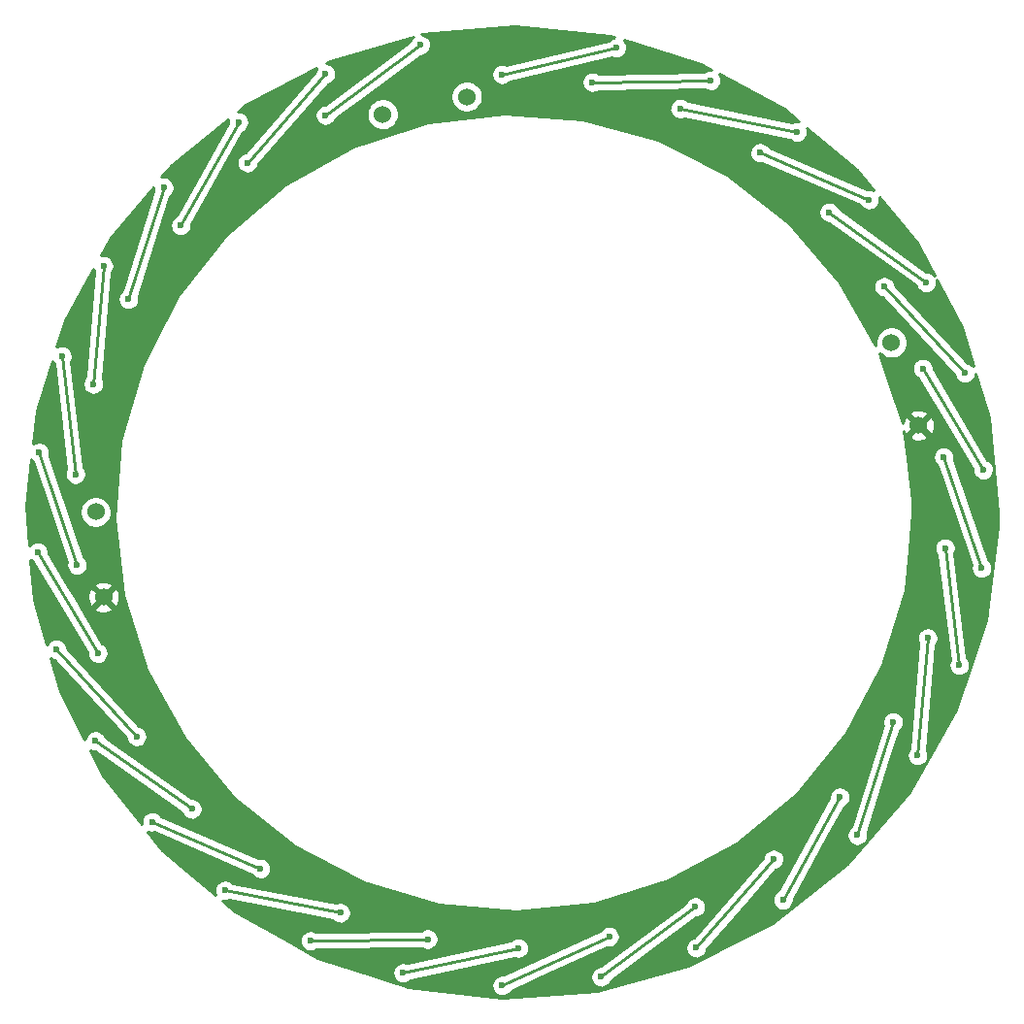
<source format=gbl>
G04 #@! TF.FileFunction,Copper,L2,Bot,Signal*
%FSLAX46Y46*%
G04 Gerber Fmt 4.6, Leading zero omitted, Abs format (unit mm)*
G04 Created by KiCad (PCBNEW 4.0.1-stable) date 1/7/2016 3:17:09 PM*
%MOMM*%
G01*
G04 APERTURE LIST*
%ADD10C,0.100000*%
%ADD11C,1.524000*%
%ADD12C,0.600000*%
%ADD13C,0.250000*%
%ADD14C,0.254000*%
G04 APERTURE END LIST*
D10*
D11*
X141810000Y-75390000D03*
X174180000Y-39160000D03*
X142500000Y-82840000D03*
X211230000Y-60610000D03*
X213600000Y-67830000D03*
X166830000Y-40700000D03*
D12*
X179130000Y-35520000D03*
X170830000Y-36820000D03*
X162500000Y-38780000D03*
X155190000Y-42660000D03*
X149000000Y-47990000D03*
X143860000Y-54660000D03*
X140380000Y-62240000D03*
X138470000Y-70300000D03*
X138320000Y-78620000D03*
X139860000Y-86730000D03*
X143090000Y-94580000D03*
X147830000Y-101340000D03*
X154050000Y-107070000D03*
X161180000Y-111370000D03*
X168920000Y-114060000D03*
X177230000Y-115110000D03*
X185360000Y-114460000D03*
X193430000Y-112090000D03*
X200700000Y-108080000D03*
X206940000Y-102760000D03*
X212200000Y-95890000D03*
X215600000Y-88370000D03*
X217480000Y-80060000D03*
X217750000Y-71910000D03*
X216080000Y-63740000D03*
X212870000Y-56300000D03*
X208210000Y-49310000D03*
X201980000Y-43560000D03*
X194940000Y-39230000D03*
X186670000Y-36550000D03*
X187220000Y-34900000D03*
X177260000Y-37230000D03*
X195450000Y-37750000D03*
X185140000Y-37900000D03*
X154270000Y-41390000D03*
X149230000Y-50390000D03*
X217140000Y-88760000D03*
X215900000Y-78540000D03*
X161850000Y-37190000D03*
X155060000Y-44930000D03*
X170120000Y-34670000D03*
X161870000Y-40780000D03*
X141790000Y-95360000D03*
X150190000Y-101300000D03*
X213500000Y-96640000D03*
X214380000Y-86380000D03*
X208260000Y-103590000D03*
X211370000Y-93700000D03*
X201780000Y-109220000D03*
X206720000Y-100260000D03*
X194200000Y-113410000D03*
X200940000Y-105700000D03*
X185910000Y-115950000D03*
X194120000Y-109850000D03*
X177270000Y-116700000D03*
X186600000Y-112430000D03*
X168620000Y-115600000D03*
X178690000Y-113430000D03*
X160550000Y-112800000D03*
X170770000Y-112650000D03*
X153090000Y-108390000D03*
X163150000Y-110360000D03*
X146750000Y-102410000D03*
X156180000Y-106500000D03*
X138380000Y-87380000D03*
X145390000Y-94980000D03*
X136750000Y-78880000D03*
X142000000Y-87700000D03*
X136880000Y-70210000D03*
X140190000Y-80020000D03*
X138870000Y-61810000D03*
X140050000Y-72100000D03*
X142500000Y-53910000D03*
X141610000Y-64230000D03*
X202980000Y-42250000D03*
X192780000Y-40210000D03*
X209280000Y-48160000D03*
X199770000Y-44050000D03*
X214250000Y-55370000D03*
X205800000Y-49240000D03*
X217640000Y-63260000D03*
X210590000Y-55750000D03*
X219230000Y-71710000D03*
X213950000Y-62870000D03*
X219090000Y-80300000D03*
X215780000Y-70610000D03*
X147750000Y-47080000D03*
X144660000Y-56840000D03*
D13*
X161180000Y-111370000D02*
X161200000Y-111370000D01*
X177230000Y-115110000D02*
X177270000Y-115110000D01*
X194940000Y-39230000D02*
X194980000Y-39230000D01*
X177260000Y-37230000D02*
X187220000Y-34900000D01*
X185140000Y-37900000D02*
X195450000Y-37750000D01*
X149230000Y-50390000D02*
X154270000Y-41390000D01*
X215900000Y-78540000D02*
X217140000Y-88760000D01*
X155060000Y-44930000D02*
X161850000Y-37190000D01*
X161870000Y-40780000D02*
X170120000Y-34670000D01*
X150190000Y-101300000D02*
X141790000Y-95360000D01*
X214380000Y-86380000D02*
X213500000Y-96640000D01*
X211370000Y-93700000D02*
X208260000Y-103590000D01*
X206720000Y-100260000D02*
X201780000Y-109220000D01*
X200940000Y-105700000D02*
X194200000Y-113410000D01*
X194120000Y-109850000D02*
X185910000Y-115950000D01*
X186600000Y-112430000D02*
X177270000Y-116700000D01*
X178690000Y-113430000D02*
X168620000Y-115600000D01*
X170770000Y-112650000D02*
X160550000Y-112800000D01*
X163150000Y-110360000D02*
X153090000Y-108390000D01*
X156180000Y-106500000D02*
X146750000Y-102410000D01*
X145390000Y-94980000D02*
X138380000Y-87380000D01*
X142000000Y-87700000D02*
X136750000Y-78880000D01*
X140190000Y-80020000D02*
X136880000Y-70210000D01*
X140050000Y-72100000D02*
X138870000Y-61810000D01*
X141610000Y-64230000D02*
X142500000Y-53910000D01*
X192780000Y-40210000D02*
X202980000Y-42250000D01*
X199770000Y-44050000D02*
X209280000Y-48160000D01*
X205800000Y-49240000D02*
X214250000Y-55370000D01*
X210590000Y-55750000D02*
X217640000Y-63260000D01*
X213950000Y-62870000D02*
X219230000Y-71710000D01*
X215780000Y-70610000D02*
X219090000Y-80300000D01*
X144660000Y-56840000D02*
X147750000Y-47080000D01*
D14*
G36*
X186658305Y-33853338D02*
X187061874Y-33978263D01*
X186954733Y-33998701D01*
X186784722Y-34067390D01*
X186631291Y-34167793D01*
X186511335Y-34285263D01*
X177617291Y-36365898D01*
X177537825Y-36332493D01*
X177358207Y-36295623D01*
X177174849Y-36294343D01*
X176994733Y-36328701D01*
X176824722Y-36397390D01*
X176671291Y-36497793D01*
X176540283Y-36626086D01*
X176436689Y-36777381D01*
X176364454Y-36945916D01*
X176326331Y-37125272D01*
X176323771Y-37308617D01*
X176356872Y-37488968D01*
X176424372Y-37659454D01*
X176523701Y-37813583D01*
X176651076Y-37945484D01*
X176801644Y-38050131D01*
X176969671Y-38123540D01*
X177148757Y-38162915D01*
X177332079Y-38166755D01*
X177512657Y-38134914D01*
X177683610Y-38068606D01*
X177838429Y-37970355D01*
X177970886Y-37844218D01*
X186862437Y-35764166D01*
X186929671Y-35793540D01*
X187108757Y-35832915D01*
X187292079Y-35836755D01*
X187472657Y-35804914D01*
X187643610Y-35738606D01*
X187798429Y-35640355D01*
X187931215Y-35513904D01*
X188036911Y-35364070D01*
X188111492Y-35196560D01*
X188152116Y-35017754D01*
X188155040Y-34808319D01*
X188119425Y-34628448D01*
X188049550Y-34458920D01*
X187948079Y-34306193D01*
X187871223Y-34228799D01*
X194565674Y-36301077D01*
X195516903Y-36815404D01*
X195364849Y-36814343D01*
X195184733Y-36848701D01*
X195014722Y-36917390D01*
X194891469Y-36998045D01*
X185673745Y-37132154D01*
X185586860Y-37073549D01*
X185417825Y-37002493D01*
X185238207Y-36965623D01*
X185054849Y-36964343D01*
X184874733Y-36998701D01*
X184704722Y-37067390D01*
X184551291Y-37167793D01*
X184420283Y-37296086D01*
X184316689Y-37447381D01*
X184244454Y-37615916D01*
X184206331Y-37795272D01*
X184203771Y-37978617D01*
X184236872Y-38158968D01*
X184304372Y-38329454D01*
X184403701Y-38483583D01*
X184531076Y-38615484D01*
X184681644Y-38720131D01*
X184849671Y-38793540D01*
X185028757Y-38832915D01*
X185212079Y-38836755D01*
X185392657Y-38804914D01*
X185563610Y-38738606D01*
X185700189Y-38651931D01*
X194916413Y-38517844D01*
X194991644Y-38570131D01*
X195159671Y-38643540D01*
X195338757Y-38682915D01*
X195522079Y-38686755D01*
X195702657Y-38654914D01*
X195873610Y-38588606D01*
X196028429Y-38490355D01*
X196161215Y-38363904D01*
X196266911Y-38214070D01*
X196341492Y-38046560D01*
X196382116Y-37867754D01*
X196385040Y-37658319D01*
X196349425Y-37478448D01*
X196279550Y-37308920D01*
X196195403Y-37182268D01*
X201847013Y-40238082D01*
X203173076Y-41335097D01*
X203078207Y-41315623D01*
X202894849Y-41314343D01*
X202714733Y-41348701D01*
X202593555Y-41397660D01*
X193463931Y-39571736D01*
X193378875Y-39486084D01*
X193226860Y-39383549D01*
X193057825Y-39312493D01*
X192878207Y-39275623D01*
X192694849Y-39274343D01*
X192514733Y-39308701D01*
X192344722Y-39377390D01*
X192191291Y-39477793D01*
X192060283Y-39606086D01*
X191956689Y-39757381D01*
X191884454Y-39925916D01*
X191846331Y-40105272D01*
X191843771Y-40288617D01*
X191876872Y-40468968D01*
X191944372Y-40639454D01*
X192043701Y-40793583D01*
X192171076Y-40925484D01*
X192321644Y-41030131D01*
X192489671Y-41103540D01*
X192668757Y-41142915D01*
X192852079Y-41146755D01*
X193032657Y-41114914D01*
X193167605Y-41062572D01*
X202296611Y-42888373D01*
X202371076Y-42965484D01*
X202521644Y-43070131D01*
X202689671Y-43143540D01*
X202868757Y-43182915D01*
X203052079Y-43186755D01*
X203232657Y-43154914D01*
X203403610Y-43088606D01*
X203558429Y-42990355D01*
X203691215Y-42863904D01*
X203796911Y-42714070D01*
X203871492Y-42546560D01*
X203912116Y-42367754D01*
X203915040Y-42158319D01*
X203879425Y-41978448D01*
X203842519Y-41888908D01*
X208224978Y-45514394D01*
X209699141Y-47321897D01*
X209557825Y-47262493D01*
X209378207Y-47225623D01*
X209194849Y-47224343D01*
X209081004Y-47246059D01*
X200573131Y-43569156D01*
X200498079Y-43456193D01*
X200368875Y-43326084D01*
X200216860Y-43223549D01*
X200047825Y-43152493D01*
X199868207Y-43115623D01*
X199684849Y-43114343D01*
X199504733Y-43148701D01*
X199334722Y-43217390D01*
X199181291Y-43317793D01*
X199050283Y-43446086D01*
X198946689Y-43597381D01*
X198874454Y-43765916D01*
X198836331Y-43945272D01*
X198833771Y-44128617D01*
X198866872Y-44308968D01*
X198934372Y-44479454D01*
X199033701Y-44633583D01*
X199161076Y-44765484D01*
X199311644Y-44870131D01*
X199479671Y-44943540D01*
X199658757Y-44982915D01*
X199842079Y-44986755D01*
X199969713Y-44964249D01*
X208477730Y-48641216D01*
X208543701Y-48743583D01*
X208671076Y-48875484D01*
X208821644Y-48980131D01*
X208989671Y-49053540D01*
X209168757Y-49092915D01*
X209352079Y-49096755D01*
X209532657Y-49064914D01*
X209703610Y-48998606D01*
X209858429Y-48900355D01*
X209991215Y-48773904D01*
X210096911Y-48624070D01*
X210171492Y-48456560D01*
X210212116Y-48277754D01*
X210215040Y-48068319D01*
X210185265Y-47917944D01*
X213456635Y-51929040D01*
X214961750Y-54759750D01*
X214848875Y-54646084D01*
X214696860Y-54543549D01*
X214527825Y-54472493D01*
X214348207Y-54435623D01*
X214255370Y-54434975D01*
X206690672Y-48947212D01*
X206629550Y-48798920D01*
X206528079Y-48646193D01*
X206398875Y-48516084D01*
X206246860Y-48413549D01*
X206077825Y-48342493D01*
X205898207Y-48305623D01*
X205714849Y-48304343D01*
X205534733Y-48338701D01*
X205364722Y-48407390D01*
X205211291Y-48507793D01*
X205080283Y-48636086D01*
X204976689Y-48787381D01*
X204904454Y-48955916D01*
X204866331Y-49135272D01*
X204863771Y-49318617D01*
X204896872Y-49498968D01*
X204964372Y-49669454D01*
X205063701Y-49823583D01*
X205191076Y-49955484D01*
X205341644Y-50060131D01*
X205509671Y-50133540D01*
X205688757Y-50172915D01*
X205794783Y-50175136D01*
X213360639Y-55663739D01*
X213414372Y-55799454D01*
X213513701Y-55953583D01*
X213641076Y-56085484D01*
X213791644Y-56190131D01*
X213959671Y-56263540D01*
X214138757Y-56302915D01*
X214322079Y-56306755D01*
X214502657Y-56274914D01*
X214673610Y-56208606D01*
X214828429Y-56110355D01*
X214961215Y-55983904D01*
X215066911Y-55834070D01*
X215141492Y-55666560D01*
X215182116Y-55487754D01*
X215185040Y-55278319D01*
X215153926Y-55121180D01*
X217342712Y-59237687D01*
X218385968Y-62693118D01*
X218368079Y-62666193D01*
X218238875Y-62536084D01*
X218086860Y-62433549D01*
X217917825Y-62362493D01*
X217821265Y-62342672D01*
X211519347Y-55629564D01*
X211489425Y-55478448D01*
X211419550Y-55308920D01*
X211318079Y-55156193D01*
X211188875Y-55026084D01*
X211036860Y-54923549D01*
X210867825Y-54852493D01*
X210688207Y-54815623D01*
X210504849Y-54814343D01*
X210324733Y-54848701D01*
X210154722Y-54917390D01*
X210001291Y-55017793D01*
X209870283Y-55146086D01*
X209766689Y-55297381D01*
X209694454Y-55465916D01*
X209656331Y-55645272D01*
X209653771Y-55828617D01*
X209686872Y-56008968D01*
X209754372Y-56179454D01*
X209853701Y-56333583D01*
X209981076Y-56465484D01*
X210131644Y-56570131D01*
X210299671Y-56643540D01*
X210408961Y-56667569D01*
X216711639Y-63381486D01*
X216736872Y-63518968D01*
X216804372Y-63689454D01*
X216903701Y-63843583D01*
X217031076Y-63975484D01*
X217181644Y-64080131D01*
X217349671Y-64153540D01*
X217528757Y-64192915D01*
X217712079Y-64196755D01*
X217892657Y-64164914D01*
X218063610Y-64098606D01*
X218218429Y-64000355D01*
X218351215Y-63873904D01*
X218456911Y-63724070D01*
X218531492Y-63556560D01*
X218572116Y-63377754D01*
X218573025Y-63312679D01*
X219735188Y-67161951D01*
X220542936Y-75400000D01*
X220526400Y-76584239D01*
X219488947Y-84796522D01*
X216876145Y-92650895D01*
X212787514Y-99848187D01*
X207378790Y-106114255D01*
X200855988Y-111210426D01*
X193467560Y-114942590D01*
X185494929Y-117168588D01*
X177241770Y-117803634D01*
X169022444Y-116823539D01*
X168884189Y-116778617D01*
X176333771Y-116778617D01*
X176366872Y-116958968D01*
X176434372Y-117129454D01*
X176533701Y-117283583D01*
X176661076Y-117415484D01*
X176811644Y-117520131D01*
X176979671Y-117593540D01*
X177158757Y-117632915D01*
X177342079Y-117636755D01*
X177522657Y-117604914D01*
X177693610Y-117538606D01*
X177848429Y-117440355D01*
X177981215Y-117313904D01*
X178086911Y-117164070D01*
X178088101Y-117161398D01*
X180563239Y-116028617D01*
X184973771Y-116028617D01*
X185006872Y-116208968D01*
X185074372Y-116379454D01*
X185173701Y-116533583D01*
X185301076Y-116665484D01*
X185451644Y-116770131D01*
X185619671Y-116843540D01*
X185798757Y-116882915D01*
X185982079Y-116886755D01*
X186162657Y-116854914D01*
X186333610Y-116788606D01*
X186488429Y-116690355D01*
X186621215Y-116563904D01*
X186726911Y-116414070D01*
X186801492Y-116246560D01*
X186804805Y-116231980D01*
X190497101Y-113488617D01*
X193263771Y-113488617D01*
X193296872Y-113668968D01*
X193364372Y-113839454D01*
X193463701Y-113993583D01*
X193591076Y-114125484D01*
X193741644Y-114230131D01*
X193909671Y-114303540D01*
X194088757Y-114342915D01*
X194272079Y-114346755D01*
X194452657Y-114314914D01*
X194623610Y-114248606D01*
X194778429Y-114150355D01*
X194911215Y-114023904D01*
X195016911Y-113874070D01*
X195091492Y-113706560D01*
X195132116Y-113527754D01*
X195132531Y-113497998D01*
X198803585Y-109298617D01*
X200843771Y-109298617D01*
X200876872Y-109478968D01*
X200944372Y-109649454D01*
X201043701Y-109803583D01*
X201171076Y-109935484D01*
X201321644Y-110040131D01*
X201489671Y-110113540D01*
X201668757Y-110152915D01*
X201852079Y-110156755D01*
X202032657Y-110124914D01*
X202203610Y-110058606D01*
X202358429Y-109960355D01*
X202491215Y-109833904D01*
X202596911Y-109684070D01*
X202671492Y-109516560D01*
X202712116Y-109337754D01*
X202715040Y-109128319D01*
X202710644Y-109106118D01*
X205708552Y-103668617D01*
X207323771Y-103668617D01*
X207356872Y-103848968D01*
X207424372Y-104019454D01*
X207523701Y-104173583D01*
X207651076Y-104305484D01*
X207801644Y-104410131D01*
X207969671Y-104483540D01*
X208148757Y-104522915D01*
X208332079Y-104526755D01*
X208512657Y-104494914D01*
X208683610Y-104428606D01*
X208838429Y-104330355D01*
X208971215Y-104203904D01*
X209076911Y-104054070D01*
X209151492Y-103886560D01*
X209192116Y-103707754D01*
X209195040Y-103498319D01*
X209159425Y-103318448D01*
X209149588Y-103294581D01*
X211217458Y-96718617D01*
X212563771Y-96718617D01*
X212596872Y-96898968D01*
X212664372Y-97069454D01*
X212763701Y-97223583D01*
X212891076Y-97355484D01*
X213041644Y-97460131D01*
X213209671Y-97533540D01*
X213388757Y-97572915D01*
X213572079Y-97576755D01*
X213752657Y-97544914D01*
X213923610Y-97478606D01*
X214078429Y-97380355D01*
X214211215Y-97253904D01*
X214316911Y-97104070D01*
X214391492Y-96936560D01*
X214432116Y-96757754D01*
X214435040Y-96548319D01*
X214399425Y-96368448D01*
X214329550Y-96198920D01*
X214303929Y-96160358D01*
X215090040Y-86995023D01*
X215091215Y-86993904D01*
X215196911Y-86844070D01*
X215271492Y-86676560D01*
X215312116Y-86497754D01*
X215315040Y-86288319D01*
X215279425Y-86108448D01*
X215209550Y-85938920D01*
X215108079Y-85786193D01*
X214978875Y-85656084D01*
X214826860Y-85553549D01*
X214657825Y-85482493D01*
X214478207Y-85445623D01*
X214294849Y-85444343D01*
X214114733Y-85478701D01*
X213944722Y-85547390D01*
X213791291Y-85647793D01*
X213660283Y-85776086D01*
X213556689Y-85927381D01*
X213484454Y-86095916D01*
X213446331Y-86275272D01*
X213443771Y-86458617D01*
X213476872Y-86638968D01*
X213544372Y-86809454D01*
X213576146Y-86858758D01*
X212789807Y-96026759D01*
X212780283Y-96036086D01*
X212676689Y-96187381D01*
X212604454Y-96355916D01*
X212566331Y-96535272D01*
X212563771Y-96718617D01*
X211217458Y-96718617D01*
X211930251Y-94451891D01*
X211948429Y-94440355D01*
X212081215Y-94313904D01*
X212186911Y-94164070D01*
X212261492Y-93996560D01*
X212302116Y-93817754D01*
X212305040Y-93608319D01*
X212269425Y-93428448D01*
X212199550Y-93258920D01*
X212098079Y-93106193D01*
X211968875Y-92976084D01*
X211816860Y-92873549D01*
X211647825Y-92802493D01*
X211468207Y-92765623D01*
X211284849Y-92764343D01*
X211104733Y-92798701D01*
X210934722Y-92867390D01*
X210781291Y-92967793D01*
X210650283Y-93096086D01*
X210546689Y-93247381D01*
X210474454Y-93415916D01*
X210436331Y-93595272D01*
X210433771Y-93778617D01*
X210466872Y-93958968D01*
X210480807Y-93994164D01*
X207699328Y-102839446D01*
X207671291Y-102857793D01*
X207540283Y-102986086D01*
X207436689Y-103137381D01*
X207364454Y-103305916D01*
X207326331Y-103485272D01*
X207323771Y-103668617D01*
X205708552Y-103668617D01*
X207120575Y-101107541D01*
X207143610Y-101098606D01*
X207298429Y-101000355D01*
X207431215Y-100873904D01*
X207536911Y-100724070D01*
X207611492Y-100556560D01*
X207652116Y-100377754D01*
X207655040Y-100168319D01*
X207619425Y-99988448D01*
X207549550Y-99818920D01*
X207448079Y-99666193D01*
X207318875Y-99536084D01*
X207166860Y-99433549D01*
X206997825Y-99362493D01*
X206818207Y-99325623D01*
X206634849Y-99324343D01*
X206454733Y-99358701D01*
X206284722Y-99427390D01*
X206131291Y-99527793D01*
X206000283Y-99656086D01*
X205896689Y-99807381D01*
X205824454Y-99975916D01*
X205786331Y-100155272D01*
X205783771Y-100338617D01*
X205790022Y-100372673D01*
X201378781Y-108373629D01*
X201344722Y-108387390D01*
X201191291Y-108487793D01*
X201060283Y-108616086D01*
X200956689Y-108767381D01*
X200884454Y-108935916D01*
X200846331Y-109115272D01*
X200843771Y-109298617D01*
X198803585Y-109298617D01*
X201152148Y-106612057D01*
X201192657Y-106604914D01*
X201363610Y-106538606D01*
X201518429Y-106440355D01*
X201651215Y-106313904D01*
X201756911Y-106164070D01*
X201831492Y-105996560D01*
X201872116Y-105817754D01*
X201875040Y-105608319D01*
X201839425Y-105428448D01*
X201769550Y-105258920D01*
X201668079Y-105106193D01*
X201538875Y-104976084D01*
X201386860Y-104873549D01*
X201217825Y-104802493D01*
X201038207Y-104765623D01*
X200854849Y-104764343D01*
X200674733Y-104798701D01*
X200504722Y-104867390D01*
X200351291Y-104967793D01*
X200220283Y-105096086D01*
X200116689Y-105247381D01*
X200044454Y-105415916D01*
X200006331Y-105595272D01*
X200006075Y-105613597D01*
X193987196Y-112498693D01*
X193934733Y-112508701D01*
X193764722Y-112577390D01*
X193611291Y-112677793D01*
X193480283Y-112806086D01*
X193376689Y-112957381D01*
X193304454Y-113125916D01*
X193266331Y-113305272D01*
X193263771Y-113488617D01*
X190497101Y-113488617D01*
X194135147Y-110785562D01*
X194192079Y-110786755D01*
X194372657Y-110754914D01*
X194543610Y-110688606D01*
X194698429Y-110590355D01*
X194831215Y-110463904D01*
X194936911Y-110314070D01*
X195011492Y-110146560D01*
X195052116Y-109967754D01*
X195055040Y-109758319D01*
X195019425Y-109578448D01*
X194949550Y-109408920D01*
X194848079Y-109256193D01*
X194718875Y-109126084D01*
X194566860Y-109023549D01*
X194397825Y-108952493D01*
X194218207Y-108915623D01*
X194034849Y-108914343D01*
X193854733Y-108948701D01*
X193684722Y-109017390D01*
X193531291Y-109117793D01*
X193400283Y-109246086D01*
X193296689Y-109397381D01*
X193224454Y-109565916D01*
X193223784Y-109569070D01*
X185894328Y-115014828D01*
X185824849Y-115014343D01*
X185644733Y-115048701D01*
X185474722Y-115117390D01*
X185321291Y-115217793D01*
X185190283Y-115346086D01*
X185086689Y-115497381D01*
X185014454Y-115665916D01*
X184976331Y-115845272D01*
X184973771Y-116028617D01*
X180563239Y-116028617D01*
X186420581Y-113347925D01*
X186488757Y-113362915D01*
X186672079Y-113366755D01*
X186852657Y-113334914D01*
X187023610Y-113268606D01*
X187178429Y-113170355D01*
X187311215Y-113043904D01*
X187416911Y-112894070D01*
X187491492Y-112726560D01*
X187532116Y-112547754D01*
X187535040Y-112338319D01*
X187499425Y-112158448D01*
X187429550Y-111988920D01*
X187328079Y-111836193D01*
X187198875Y-111706084D01*
X187046860Y-111603549D01*
X186877825Y-111532493D01*
X186698207Y-111495623D01*
X186514849Y-111494343D01*
X186334733Y-111528701D01*
X186164722Y-111597390D01*
X186011291Y-111697793D01*
X185880283Y-111826086D01*
X185783065Y-111968069D01*
X177449088Y-115782225D01*
X177368207Y-115765623D01*
X177184849Y-115764343D01*
X177004733Y-115798701D01*
X176834722Y-115867390D01*
X176681291Y-115967793D01*
X176550283Y-116096086D01*
X176446689Y-116247381D01*
X176374454Y-116415916D01*
X176336331Y-116595272D01*
X176333771Y-116778617D01*
X168884189Y-116778617D01*
X165498737Y-115678617D01*
X167683771Y-115678617D01*
X167716872Y-115858968D01*
X167784372Y-116029454D01*
X167883701Y-116183583D01*
X168011076Y-116315484D01*
X168161644Y-116420131D01*
X168329671Y-116493540D01*
X168508757Y-116532915D01*
X168692079Y-116536755D01*
X168872657Y-116504914D01*
X169043610Y-116438606D01*
X169198429Y-116340355D01*
X169317261Y-116227192D01*
X178317616Y-114287691D01*
X178399671Y-114323540D01*
X178578757Y-114362915D01*
X178762079Y-114366755D01*
X178942657Y-114334914D01*
X179113610Y-114268606D01*
X179268429Y-114170355D01*
X179401215Y-114043904D01*
X179506911Y-113894070D01*
X179581492Y-113726560D01*
X179622116Y-113547754D01*
X179625040Y-113338319D01*
X179589425Y-113158448D01*
X179519550Y-112988920D01*
X179418079Y-112836193D01*
X179288875Y-112706084D01*
X179136860Y-112603549D01*
X178967825Y-112532493D01*
X178788207Y-112495623D01*
X178604849Y-112494343D01*
X178424733Y-112528701D01*
X178254722Y-112597390D01*
X178101291Y-112697793D01*
X177994425Y-112802445D01*
X168992488Y-114742286D01*
X168897825Y-114702493D01*
X168718207Y-114665623D01*
X168534849Y-114664343D01*
X168354733Y-114698701D01*
X168184722Y-114767390D01*
X168031291Y-114867793D01*
X167900283Y-114996086D01*
X167796689Y-115147381D01*
X167724454Y-115315916D01*
X167686331Y-115495272D01*
X167683771Y-115678617D01*
X165498737Y-115678617D01*
X161150022Y-114265634D01*
X158668248Y-112878617D01*
X159613771Y-112878617D01*
X159646872Y-113058968D01*
X159714372Y-113229454D01*
X159813701Y-113383583D01*
X159941076Y-113515484D01*
X160091644Y-113620131D01*
X160259671Y-113693540D01*
X160438757Y-113732915D01*
X160622079Y-113736755D01*
X160802657Y-113704914D01*
X160973610Y-113638606D01*
X161110303Y-113551858D01*
X170236510Y-113417912D01*
X170311644Y-113470131D01*
X170479671Y-113543540D01*
X170658757Y-113582915D01*
X170842079Y-113586755D01*
X171022657Y-113554914D01*
X171193610Y-113488606D01*
X171348429Y-113390355D01*
X171481215Y-113263904D01*
X171586911Y-113114070D01*
X171661492Y-112946560D01*
X171702116Y-112767754D01*
X171705040Y-112558319D01*
X171669425Y-112378448D01*
X171599550Y-112208920D01*
X171498079Y-112056193D01*
X171368875Y-111926084D01*
X171216860Y-111823549D01*
X171047825Y-111752493D01*
X170868207Y-111715623D01*
X170684849Y-111714343D01*
X170504733Y-111748701D01*
X170334722Y-111817390D01*
X170211358Y-111898118D01*
X161083645Y-112032086D01*
X160996860Y-111973549D01*
X160827825Y-111902493D01*
X160648207Y-111865623D01*
X160464849Y-111864343D01*
X160284733Y-111898701D01*
X160114722Y-111967390D01*
X159961291Y-112067793D01*
X159830283Y-112196086D01*
X159726689Y-112347381D01*
X159654454Y-112515916D01*
X159616331Y-112695272D01*
X159613771Y-112878617D01*
X158668248Y-112878617D01*
X153924362Y-110227349D01*
X152820866Y-109288200D01*
X152978757Y-109322915D01*
X153162079Y-109326755D01*
X153342657Y-109294914D01*
X153481432Y-109241087D01*
X162469275Y-111001132D01*
X162541076Y-111075484D01*
X162691644Y-111180131D01*
X162859671Y-111253540D01*
X163038757Y-111292915D01*
X163222079Y-111296755D01*
X163402657Y-111264914D01*
X163573610Y-111198606D01*
X163728429Y-111100355D01*
X163861215Y-110973904D01*
X163966911Y-110824070D01*
X164041492Y-110656560D01*
X164082116Y-110477754D01*
X164085040Y-110268319D01*
X164049425Y-110088448D01*
X163979550Y-109918920D01*
X163878079Y-109766193D01*
X163748875Y-109636084D01*
X163596860Y-109533549D01*
X163427825Y-109462493D01*
X163248207Y-109425623D01*
X163064849Y-109424343D01*
X162884733Y-109458701D01*
X162759838Y-109509162D01*
X153771170Y-107748955D01*
X153688875Y-107666084D01*
X153536860Y-107563549D01*
X153367825Y-107492493D01*
X153188207Y-107455623D01*
X153004849Y-107454343D01*
X152824733Y-107488701D01*
X152654722Y-107557390D01*
X152501291Y-107657793D01*
X152370283Y-107786086D01*
X152266689Y-107937381D01*
X152194454Y-108105916D01*
X152156331Y-108285272D01*
X152153771Y-108468617D01*
X152186872Y-108648968D01*
X152246384Y-108799277D01*
X147620687Y-104862501D01*
X146345554Y-103253684D01*
X146459671Y-103303540D01*
X146638757Y-103342915D01*
X146822079Y-103346755D01*
X146948442Y-103324474D01*
X155377039Y-106980143D01*
X155443701Y-107083583D01*
X155571076Y-107215484D01*
X155721644Y-107320131D01*
X155889671Y-107393540D01*
X156068757Y-107432915D01*
X156252079Y-107436755D01*
X156432657Y-107404914D01*
X156603610Y-107338606D01*
X156758429Y-107240355D01*
X156891215Y-107113904D01*
X156996911Y-106964070D01*
X157071492Y-106796560D01*
X157112116Y-106617754D01*
X157115040Y-106408319D01*
X157079425Y-106228448D01*
X157009550Y-106058920D01*
X156908079Y-105906193D01*
X156778875Y-105776084D01*
X156626860Y-105673549D01*
X156457825Y-105602493D01*
X156278207Y-105565623D01*
X156094849Y-105564343D01*
X155982242Y-105585823D01*
X147553854Y-101930244D01*
X147478079Y-101816193D01*
X147348875Y-101686084D01*
X147196860Y-101583549D01*
X147027825Y-101512493D01*
X146848207Y-101475623D01*
X146664849Y-101474343D01*
X146484733Y-101508701D01*
X146314722Y-101577390D01*
X146161291Y-101677793D01*
X146030283Y-101806086D01*
X145926689Y-101957381D01*
X145854454Y-102125916D01*
X145816331Y-102305272D01*
X145813771Y-102488617D01*
X145836252Y-102611105D01*
X142479102Y-98375436D01*
X141356435Y-96190962D01*
X141499671Y-96253540D01*
X141678757Y-96292915D01*
X141796446Y-96295380D01*
X149305135Y-101605096D01*
X149354372Y-101729454D01*
X149453701Y-101883583D01*
X149581076Y-102015484D01*
X149731644Y-102120131D01*
X149899671Y-102193540D01*
X150078757Y-102232915D01*
X150262079Y-102236755D01*
X150442657Y-102204914D01*
X150613610Y-102138606D01*
X150768429Y-102040355D01*
X150901215Y-101913904D01*
X151006911Y-101764070D01*
X151081492Y-101596560D01*
X151122116Y-101417754D01*
X151125040Y-101208319D01*
X151089425Y-101028448D01*
X151019550Y-100858920D01*
X150918079Y-100706193D01*
X150788875Y-100576084D01*
X150636860Y-100473549D01*
X150467825Y-100402493D01*
X150288207Y-100365623D01*
X150183943Y-100364895D01*
X142675901Y-95055637D01*
X142619550Y-94918920D01*
X142518079Y-94766193D01*
X142388875Y-94636084D01*
X142236860Y-94533549D01*
X142067825Y-94462493D01*
X141888207Y-94425623D01*
X141704849Y-94424343D01*
X141524733Y-94458701D01*
X141354722Y-94527390D01*
X141201291Y-94627793D01*
X141070283Y-94756086D01*
X140966689Y-94907381D01*
X140894454Y-95075916D01*
X140861956Y-95228809D01*
X138695449Y-91013243D01*
X137880628Y-88171624D01*
X137921644Y-88200131D01*
X138089671Y-88273540D01*
X138190746Y-88295763D01*
X144460027Y-95092701D01*
X144486872Y-95238968D01*
X144554372Y-95409454D01*
X144653701Y-95563583D01*
X144781076Y-95695484D01*
X144931644Y-95800131D01*
X145099671Y-95873540D01*
X145278757Y-95912915D01*
X145462079Y-95916755D01*
X145642657Y-95884914D01*
X145813610Y-95818606D01*
X145968429Y-95720355D01*
X146101215Y-95593904D01*
X146206911Y-95444070D01*
X146281492Y-95276560D01*
X146322116Y-95097754D01*
X146325040Y-94888319D01*
X146289425Y-94708448D01*
X146219550Y-94538920D01*
X146118079Y-94386193D01*
X145988875Y-94256084D01*
X145836860Y-94153549D01*
X145667825Y-94082493D01*
X145579340Y-94064330D01*
X139311125Y-87268548D01*
X139279425Y-87108448D01*
X139209550Y-86938920D01*
X139108079Y-86786193D01*
X138978875Y-86656084D01*
X138826860Y-86553549D01*
X138657825Y-86482493D01*
X138478207Y-86445623D01*
X138294849Y-86444343D01*
X138114733Y-86478701D01*
X137944722Y-86547390D01*
X137791291Y-86647793D01*
X137660283Y-86776086D01*
X137556689Y-86927381D01*
X137537012Y-86973291D01*
X136413846Y-83056347D01*
X136121529Y-79575243D01*
X136141076Y-79595484D01*
X136291644Y-79700131D01*
X136375543Y-79736785D01*
X141066030Y-87616803D01*
X141063771Y-87778617D01*
X141096872Y-87958968D01*
X141164372Y-88129454D01*
X141263701Y-88283583D01*
X141391076Y-88415484D01*
X141541644Y-88520131D01*
X141709671Y-88593540D01*
X141888757Y-88632915D01*
X142072079Y-88636755D01*
X142252657Y-88604914D01*
X142423610Y-88538606D01*
X142578429Y-88440355D01*
X142711215Y-88313904D01*
X142816911Y-88164070D01*
X142891492Y-87996560D01*
X142932116Y-87817754D01*
X142935040Y-87608319D01*
X142899425Y-87428448D01*
X142829550Y-87258920D01*
X142728079Y-87106193D01*
X142598875Y-86976084D01*
X142446860Y-86873549D01*
X142374377Y-86843080D01*
X140566333Y-83805565D01*
X141714040Y-83805565D01*
X141781020Y-84045656D01*
X142030048Y-84162756D01*
X142297135Y-84229023D01*
X142572017Y-84241910D01*
X142844133Y-84200922D01*
X143103023Y-84107636D01*
X143218980Y-84045656D01*
X143285960Y-83805565D01*
X142500000Y-83019605D01*
X141714040Y-83805565D01*
X140566333Y-83805565D01*
X140034459Y-82912017D01*
X141098090Y-82912017D01*
X141139078Y-83184133D01*
X141232364Y-83443023D01*
X141294344Y-83558980D01*
X141534435Y-83625960D01*
X142320395Y-82840000D01*
X142679605Y-82840000D01*
X143465565Y-83625960D01*
X143705656Y-83558980D01*
X143822756Y-83309952D01*
X143889023Y-83042865D01*
X143901910Y-82767983D01*
X143860922Y-82495867D01*
X143767636Y-82236977D01*
X143705656Y-82121020D01*
X143465565Y-82054040D01*
X142679605Y-82840000D01*
X142320395Y-82840000D01*
X141534435Y-82054040D01*
X141294344Y-82121020D01*
X141177244Y-82370048D01*
X141110977Y-82637135D01*
X141098090Y-82912017D01*
X140034459Y-82912017D01*
X139416851Y-81874435D01*
X141714040Y-81874435D01*
X142500000Y-82660395D01*
X143285960Y-81874435D01*
X143218980Y-81634344D01*
X142969952Y-81517244D01*
X142702865Y-81450977D01*
X142427983Y-81438090D01*
X142155867Y-81479078D01*
X141896977Y-81572364D01*
X141781020Y-81634344D01*
X141714040Y-81874435D01*
X139416851Y-81874435D01*
X137682630Y-78960944D01*
X137685040Y-78788319D01*
X137649425Y-78608448D01*
X137579550Y-78438920D01*
X137478079Y-78286193D01*
X137348875Y-78156084D01*
X137196860Y-78053549D01*
X137027825Y-77982493D01*
X136848207Y-77945623D01*
X136664849Y-77944343D01*
X136484733Y-77978701D01*
X136314722Y-78047390D01*
X136161291Y-78147793D01*
X136030283Y-78276086D01*
X136014386Y-78299303D01*
X135721198Y-74807823D01*
X136168578Y-70819344D01*
X136271076Y-70925484D01*
X136334094Y-70969283D01*
X139293526Y-79740284D01*
X139256331Y-79915272D01*
X139253771Y-80098617D01*
X139286872Y-80278968D01*
X139354372Y-80449454D01*
X139453701Y-80603583D01*
X139581076Y-80735484D01*
X139731644Y-80840131D01*
X139899671Y-80913540D01*
X140078757Y-80952915D01*
X140262079Y-80956755D01*
X140442657Y-80924914D01*
X140613610Y-80858606D01*
X140768429Y-80760355D01*
X140901215Y-80633904D01*
X141006911Y-80484070D01*
X141081492Y-80316560D01*
X141122116Y-80137754D01*
X141125040Y-79928319D01*
X141089425Y-79748448D01*
X141019550Y-79578920D01*
X140918079Y-79426193D01*
X140788875Y-79296084D01*
X140735748Y-79260250D01*
X139469518Y-75507464D01*
X140411164Y-75507464D01*
X140460620Y-75776928D01*
X140561474Y-76031655D01*
X140709883Y-76261942D01*
X140900196Y-76459016D01*
X141125163Y-76615372D01*
X141376215Y-76725054D01*
X141643789Y-76783884D01*
X141917695Y-76789622D01*
X142187499Y-76742048D01*
X142442923Y-76642975D01*
X142674240Y-76496177D01*
X142872639Y-76307245D01*
X143030561Y-76083375D01*
X143109428Y-75906237D01*
X143438113Y-75906237D01*
X144195734Y-82660583D01*
X146250853Y-89139138D01*
X149525190Y-95095135D01*
X153894027Y-100301713D01*
X159190956Y-104560553D01*
X165214220Y-107709439D01*
X171734393Y-109628431D01*
X178503124Y-110244433D01*
X185262595Y-109533984D01*
X191755340Y-107524144D01*
X197734051Y-104291467D01*
X202971001Y-99959085D01*
X207266717Y-94692017D01*
X210457576Y-88690883D01*
X212422040Y-82184266D01*
X212771654Y-78618617D01*
X214963771Y-78618617D01*
X214996872Y-78798968D01*
X215064372Y-78969454D01*
X215163701Y-79123583D01*
X215211201Y-79172771D01*
X216319085Y-88303881D01*
X216316689Y-88307381D01*
X216244454Y-88475916D01*
X216206331Y-88655272D01*
X216203771Y-88838617D01*
X216236872Y-89018968D01*
X216304372Y-89189454D01*
X216403701Y-89343583D01*
X216531076Y-89475484D01*
X216681644Y-89580131D01*
X216849671Y-89653540D01*
X217028757Y-89692915D01*
X217212079Y-89696755D01*
X217392657Y-89664914D01*
X217563610Y-89598606D01*
X217718429Y-89500355D01*
X217851215Y-89373904D01*
X217956911Y-89224070D01*
X218031492Y-89056560D01*
X218072116Y-88877754D01*
X218075040Y-88668319D01*
X218039425Y-88488448D01*
X217969550Y-88318920D01*
X217868079Y-88166193D01*
X217828717Y-88126556D01*
X216720816Y-78995300D01*
X216791492Y-78836560D01*
X216832116Y-78657754D01*
X216835040Y-78448319D01*
X216799425Y-78268448D01*
X216729550Y-78098920D01*
X216628079Y-77946193D01*
X216498875Y-77816084D01*
X216346860Y-77713549D01*
X216177825Y-77642493D01*
X215998207Y-77605623D01*
X215814849Y-77604343D01*
X215634733Y-77638701D01*
X215464722Y-77707390D01*
X215311291Y-77807793D01*
X215180283Y-77936086D01*
X215076689Y-78087381D01*
X215004454Y-78255916D01*
X214966331Y-78435272D01*
X214963771Y-78618617D01*
X212771654Y-78618617D01*
X213085282Y-75420000D01*
X213071704Y-74447621D01*
X212596832Y-70688617D01*
X214843771Y-70688617D01*
X214876872Y-70868968D01*
X214944372Y-71039454D01*
X215043701Y-71193583D01*
X215171076Y-71325484D01*
X215236917Y-71371244D01*
X218192686Y-80024236D01*
X218156331Y-80195272D01*
X218153771Y-80378617D01*
X218186872Y-80558968D01*
X218254372Y-80729454D01*
X218353701Y-80883583D01*
X218481076Y-81015484D01*
X218631644Y-81120131D01*
X218799671Y-81193540D01*
X218978757Y-81232915D01*
X219162079Y-81236755D01*
X219342657Y-81204914D01*
X219513610Y-81138606D01*
X219668429Y-81040355D01*
X219801215Y-80913904D01*
X219906911Y-80764070D01*
X219981492Y-80596560D01*
X220022116Y-80417754D01*
X220025040Y-80208319D01*
X219989425Y-80028448D01*
X219919550Y-79858920D01*
X219818079Y-79706193D01*
X219688875Y-79576084D01*
X219632949Y-79538362D01*
X216676655Y-70883834D01*
X216712116Y-70727754D01*
X216715040Y-70518319D01*
X216679425Y-70338448D01*
X216609550Y-70168920D01*
X216508079Y-70016193D01*
X216378875Y-69886084D01*
X216226860Y-69783549D01*
X216057825Y-69712493D01*
X215878207Y-69675623D01*
X215694849Y-69674343D01*
X215514733Y-69708701D01*
X215344722Y-69777390D01*
X215191291Y-69877793D01*
X215060283Y-70006086D01*
X214956689Y-70157381D01*
X214884454Y-70325916D01*
X214846331Y-70505272D01*
X214843771Y-70688617D01*
X212596832Y-70688617D01*
X212357684Y-68795565D01*
X212814040Y-68795565D01*
X212881020Y-69035656D01*
X213130048Y-69152756D01*
X213397135Y-69219023D01*
X213672017Y-69231910D01*
X213944133Y-69190922D01*
X214203023Y-69097636D01*
X214318980Y-69035656D01*
X214385960Y-68795565D01*
X213600000Y-68009605D01*
X212814040Y-68795565D01*
X212357684Y-68795565D01*
X212300827Y-68345500D01*
X212332364Y-68433023D01*
X212394344Y-68548980D01*
X212634435Y-68615960D01*
X213420395Y-67830000D01*
X213779605Y-67830000D01*
X214565565Y-68615960D01*
X214805656Y-68548980D01*
X214922756Y-68299952D01*
X214989023Y-68032865D01*
X215001910Y-67757983D01*
X214960922Y-67485867D01*
X214867636Y-67226977D01*
X214805656Y-67111020D01*
X214565565Y-67044040D01*
X213779605Y-67830000D01*
X213420395Y-67830000D01*
X212634435Y-67044040D01*
X212394344Y-67111020D01*
X212277244Y-67360048D01*
X212210977Y-67627135D01*
X212208894Y-67671572D01*
X211940396Y-66864435D01*
X212814040Y-66864435D01*
X213600000Y-67650395D01*
X214385960Y-66864435D01*
X214318980Y-66624344D01*
X214069952Y-66507244D01*
X213802865Y-66440977D01*
X213527983Y-66428090D01*
X213255867Y-66469078D01*
X212996977Y-66562364D01*
X212881020Y-66624344D01*
X212814040Y-66864435D01*
X211940396Y-66864435D01*
X210637777Y-62948617D01*
X213013771Y-62948617D01*
X213046872Y-63128968D01*
X213114372Y-63299454D01*
X213213701Y-63453583D01*
X213341076Y-63585484D01*
X213491644Y-63690131D01*
X213576838Y-63727351D01*
X218296008Y-71628387D01*
X218293771Y-71788617D01*
X218326872Y-71968968D01*
X218394372Y-72139454D01*
X218493701Y-72293583D01*
X218621076Y-72425484D01*
X218771644Y-72530131D01*
X218939671Y-72603540D01*
X219118757Y-72642915D01*
X219302079Y-72646755D01*
X219482657Y-72614914D01*
X219653610Y-72548606D01*
X219808429Y-72450355D01*
X219941215Y-72323904D01*
X220046911Y-72174070D01*
X220121492Y-72006560D01*
X220162116Y-71827754D01*
X220165040Y-71618319D01*
X220129425Y-71438448D01*
X220059550Y-71268920D01*
X219958079Y-71116193D01*
X219828875Y-70986084D01*
X219676860Y-70883549D01*
X219603098Y-70852542D01*
X214882652Y-62949371D01*
X214885040Y-62778319D01*
X214849425Y-62598448D01*
X214779550Y-62428920D01*
X214678079Y-62276193D01*
X214548875Y-62146084D01*
X214396860Y-62043549D01*
X214227825Y-61972493D01*
X214048207Y-61935623D01*
X213864849Y-61934343D01*
X213684733Y-61968701D01*
X213514722Y-62037390D01*
X213361291Y-62137793D01*
X213230283Y-62266086D01*
X213126689Y-62417381D01*
X213054454Y-62585916D01*
X213016331Y-62765272D01*
X213013771Y-62948617D01*
X210637777Y-62948617D01*
X210160385Y-61513527D01*
X210320196Y-61679016D01*
X210545163Y-61835372D01*
X210796215Y-61945054D01*
X211063789Y-62003884D01*
X211337695Y-62009622D01*
X211607499Y-61962048D01*
X211862923Y-61862975D01*
X212094240Y-61716177D01*
X212292639Y-61527245D01*
X212450561Y-61303375D01*
X212561993Y-61053095D01*
X212622690Y-60785938D01*
X212627059Y-60473017D01*
X212573846Y-60204269D01*
X212469446Y-59950975D01*
X212317835Y-59722783D01*
X212124790Y-59528385D01*
X211897662Y-59375185D01*
X211645103Y-59269019D01*
X211376733Y-59213931D01*
X211102774Y-59212018D01*
X210833661Y-59263354D01*
X210579644Y-59365984D01*
X210350399Y-59515997D01*
X210154658Y-59707681D01*
X209999877Y-59933734D01*
X209891950Y-60185546D01*
X209834989Y-60453524D01*
X209831164Y-60727464D01*
X209858144Y-60874465D01*
X206717302Y-55345582D01*
X202276195Y-50200511D01*
X196920319Y-46016042D01*
X190853678Y-42951561D01*
X184307347Y-41123792D01*
X177530674Y-40602356D01*
X170781782Y-41407112D01*
X164317732Y-43507410D01*
X158384739Y-46823247D01*
X153208789Y-51228326D01*
X148987031Y-56554859D01*
X145880272Y-62599959D01*
X144006846Y-69133370D01*
X143438113Y-75906237D01*
X143109428Y-75906237D01*
X143141993Y-75833095D01*
X143202690Y-75565938D01*
X143207059Y-75253017D01*
X143153846Y-74984269D01*
X143049446Y-74730975D01*
X142897835Y-74502783D01*
X142704790Y-74308385D01*
X142477662Y-74155185D01*
X142225103Y-74049019D01*
X141956733Y-73993931D01*
X141682774Y-73992018D01*
X141413661Y-74043354D01*
X141159644Y-74145984D01*
X140930399Y-74295997D01*
X140734658Y-74487681D01*
X140579877Y-74713734D01*
X140471950Y-74965546D01*
X140414989Y-75233524D01*
X140411164Y-75507464D01*
X139469518Y-75507464D01*
X137775784Y-70487668D01*
X137812116Y-70327754D01*
X137815040Y-70118319D01*
X137779425Y-69938448D01*
X137709550Y-69768920D01*
X137608079Y-69616193D01*
X137478875Y-69486084D01*
X137326860Y-69383549D01*
X137157825Y-69312493D01*
X136978207Y-69275623D01*
X136794849Y-69274343D01*
X136614733Y-69308701D01*
X136444722Y-69377390D01*
X136321256Y-69458184D01*
X136643888Y-66581855D01*
X138027159Y-62221235D01*
X138034372Y-62239454D01*
X138133701Y-62393583D01*
X138177094Y-62438518D01*
X139232193Y-71639342D01*
X139226689Y-71647381D01*
X139154454Y-71815916D01*
X139116331Y-71995272D01*
X139113771Y-72178617D01*
X139146872Y-72358968D01*
X139214372Y-72529454D01*
X139313701Y-72683583D01*
X139441076Y-72815484D01*
X139591644Y-72920131D01*
X139759671Y-72993540D01*
X139938757Y-73032915D01*
X140122079Y-73036755D01*
X140302657Y-73004914D01*
X140473610Y-72938606D01*
X140628429Y-72840355D01*
X140761215Y-72713904D01*
X140866911Y-72564070D01*
X140941492Y-72396560D01*
X140982116Y-72217754D01*
X140985040Y-72008319D01*
X140949425Y-71828448D01*
X140879550Y-71658920D01*
X140778079Y-71506193D01*
X140742814Y-71470681D01*
X139687934Y-62271771D01*
X139761492Y-62106560D01*
X139802116Y-61927754D01*
X139805040Y-61718319D01*
X139769425Y-61538448D01*
X139699550Y-61368920D01*
X139598079Y-61216193D01*
X139468875Y-61086084D01*
X139316860Y-60983549D01*
X139147825Y-60912493D01*
X138968207Y-60875623D01*
X138784849Y-60874343D01*
X138604733Y-60908701D01*
X138434722Y-60977390D01*
X138418326Y-60988119D01*
X139146772Y-58691767D01*
X141612082Y-54207384D01*
X141664372Y-54339454D01*
X141695921Y-54388409D01*
X140900089Y-63616483D01*
X140890283Y-63626086D01*
X140786689Y-63777381D01*
X140714454Y-63945916D01*
X140676331Y-64125272D01*
X140673771Y-64308617D01*
X140706872Y-64488968D01*
X140774372Y-64659454D01*
X140873701Y-64813583D01*
X141001076Y-64945484D01*
X141151644Y-65050131D01*
X141319671Y-65123540D01*
X141498757Y-65162915D01*
X141682079Y-65166755D01*
X141862657Y-65134914D01*
X142033610Y-65068606D01*
X142188429Y-64970355D01*
X142321215Y-64843904D01*
X142426911Y-64694070D01*
X142501492Y-64526560D01*
X142542116Y-64347754D01*
X142545040Y-64138319D01*
X142509425Y-63958448D01*
X142439550Y-63788920D01*
X142414156Y-63750698D01*
X143209758Y-54525292D01*
X143211215Y-54523904D01*
X143316911Y-54374070D01*
X143391492Y-54206560D01*
X143432116Y-54027754D01*
X143435040Y-53818319D01*
X143399425Y-53638448D01*
X143329550Y-53468920D01*
X143228079Y-53316193D01*
X143098875Y-53186084D01*
X142946860Y-53083549D01*
X142777825Y-53012493D01*
X142598207Y-52975623D01*
X142414849Y-52974343D01*
X142275320Y-53000959D01*
X143134514Y-51438091D01*
X146815266Y-47051542D01*
X146813771Y-47158617D01*
X146846872Y-47338968D01*
X146860186Y-47372594D01*
X144100737Y-56088524D01*
X144071291Y-56107793D01*
X143940283Y-56236086D01*
X143836689Y-56387381D01*
X143764454Y-56555916D01*
X143726331Y-56735272D01*
X143723771Y-56918617D01*
X143756872Y-57098968D01*
X143824372Y-57269454D01*
X143923701Y-57423583D01*
X144051076Y-57555484D01*
X144201644Y-57660131D01*
X144369671Y-57733540D01*
X144548757Y-57772915D01*
X144732079Y-57776755D01*
X144912657Y-57744914D01*
X145083610Y-57678606D01*
X145238429Y-57580355D01*
X145371215Y-57453904D01*
X145476911Y-57304070D01*
X145551492Y-57136560D01*
X145592116Y-56957754D01*
X145595040Y-56748319D01*
X145559425Y-56568448D01*
X145550222Y-56546119D01*
X148308850Y-47832780D01*
X148328429Y-47820355D01*
X148461215Y-47693904D01*
X148566911Y-47544070D01*
X148641492Y-47376560D01*
X148682116Y-47197754D01*
X148685040Y-46988319D01*
X148649425Y-46808448D01*
X148579550Y-46638920D01*
X148478079Y-46486193D01*
X148348875Y-46356084D01*
X148196860Y-46253549D01*
X148027825Y-46182493D01*
X147848207Y-46145623D01*
X147664849Y-46144343D01*
X147559659Y-46164408D01*
X148455224Y-45097116D01*
X153365215Y-41149382D01*
X153336331Y-41285272D01*
X153333771Y-41468617D01*
X153338992Y-41497061D01*
X148834121Y-49541472D01*
X148794722Y-49557390D01*
X148641291Y-49657793D01*
X148510283Y-49786086D01*
X148406689Y-49937381D01*
X148334454Y-50105916D01*
X148296331Y-50285272D01*
X148293771Y-50468617D01*
X148326872Y-50648968D01*
X148394372Y-50819454D01*
X148493701Y-50973583D01*
X148621076Y-51105484D01*
X148771644Y-51210131D01*
X148939671Y-51283540D01*
X149118757Y-51322915D01*
X149302079Y-51326755D01*
X149482657Y-51294914D01*
X149653610Y-51228606D01*
X149808429Y-51130355D01*
X149941215Y-51003904D01*
X150046911Y-50854070D01*
X150121492Y-50686560D01*
X150162116Y-50507754D01*
X150165040Y-50298319D01*
X150161737Y-50281639D01*
X154665283Y-42239593D01*
X154693610Y-42228606D01*
X154848429Y-42130355D01*
X154981215Y-42003904D01*
X155086911Y-41854070D01*
X155161492Y-41686560D01*
X155202116Y-41507754D01*
X155205040Y-41298319D01*
X155169425Y-41118448D01*
X155099550Y-40948920D01*
X154998079Y-40796193D01*
X154868875Y-40666084D01*
X154716860Y-40563549D01*
X154547825Y-40492493D01*
X154368207Y-40455623D01*
X154229283Y-40454653D01*
X154906236Y-39910369D01*
X161055171Y-36695784D01*
X161026689Y-36737381D01*
X160954454Y-36905916D01*
X160916331Y-37085272D01*
X160916096Y-37102122D01*
X154848710Y-44018405D01*
X154794733Y-44028701D01*
X154624722Y-44097390D01*
X154471291Y-44197793D01*
X154340283Y-44326086D01*
X154236689Y-44477381D01*
X154164454Y-44645916D01*
X154126331Y-44825272D01*
X154123771Y-45008617D01*
X154156872Y-45188968D01*
X154224372Y-45359454D01*
X154323701Y-45513583D01*
X154451076Y-45645484D01*
X154601644Y-45750131D01*
X154769671Y-45823540D01*
X154948757Y-45862915D01*
X155132079Y-45866755D01*
X155312657Y-45834914D01*
X155483610Y-45768606D01*
X155638429Y-45670355D01*
X155771215Y-45543904D01*
X155876911Y-45394070D01*
X155951492Y-45226560D01*
X155992116Y-45047754D01*
X155992511Y-45019467D01*
X162060653Y-38102321D01*
X162102657Y-38094914D01*
X162273610Y-38028606D01*
X162428429Y-37930355D01*
X162561215Y-37803904D01*
X162666911Y-37654070D01*
X162741492Y-37486560D01*
X162782116Y-37307754D01*
X162785040Y-37098319D01*
X162749425Y-36918448D01*
X162679550Y-36748920D01*
X162578079Y-36596193D01*
X162448875Y-36466084D01*
X162296860Y-36363549D01*
X162127825Y-36292493D01*
X161948207Y-36255623D01*
X161897794Y-36255271D01*
X162241835Y-36075411D01*
X169552914Y-33923643D01*
X169531291Y-33937793D01*
X169400283Y-34066086D01*
X169296689Y-34217381D01*
X169224454Y-34385916D01*
X169224051Y-34387811D01*
X161855726Y-39844838D01*
X161784849Y-39844343D01*
X161604733Y-39878701D01*
X161434722Y-39947390D01*
X161281291Y-40047793D01*
X161150283Y-40176086D01*
X161046689Y-40327381D01*
X160974454Y-40495916D01*
X160936331Y-40675272D01*
X160933771Y-40858617D01*
X160966872Y-41038968D01*
X161034372Y-41209454D01*
X161133701Y-41363583D01*
X161261076Y-41495484D01*
X161411644Y-41600131D01*
X161579671Y-41673540D01*
X161758757Y-41712915D01*
X161942079Y-41716755D01*
X162122657Y-41684914D01*
X162293610Y-41618606D01*
X162448429Y-41520355D01*
X162581215Y-41393904D01*
X162686911Y-41244070D01*
X162761492Y-41076560D01*
X162764516Y-41063250D01*
X163096387Y-40817464D01*
X165431164Y-40817464D01*
X165480620Y-41086928D01*
X165581474Y-41341655D01*
X165729883Y-41571942D01*
X165920196Y-41769016D01*
X166145163Y-41925372D01*
X166396215Y-42035054D01*
X166663789Y-42093884D01*
X166937695Y-42099622D01*
X167207499Y-42052048D01*
X167462923Y-41952975D01*
X167694240Y-41806177D01*
X167892639Y-41617245D01*
X168050561Y-41393375D01*
X168161993Y-41143095D01*
X168222690Y-40875938D01*
X168227059Y-40563017D01*
X168173846Y-40294269D01*
X168069446Y-40040975D01*
X167917835Y-39812783D01*
X167724790Y-39618385D01*
X167497662Y-39465185D01*
X167245103Y-39359019D01*
X166976733Y-39303931D01*
X166702774Y-39302018D01*
X166433661Y-39353354D01*
X166179644Y-39455984D01*
X165950399Y-39605997D01*
X165754658Y-39797681D01*
X165599877Y-40023734D01*
X165491950Y-40275546D01*
X165434989Y-40543524D01*
X165431164Y-40817464D01*
X163096387Y-40817464D01*
X165175765Y-39277464D01*
X172781164Y-39277464D01*
X172830620Y-39546928D01*
X172931474Y-39801655D01*
X173079883Y-40031942D01*
X173270196Y-40229016D01*
X173495163Y-40385372D01*
X173746215Y-40495054D01*
X174013789Y-40553884D01*
X174287695Y-40559622D01*
X174557499Y-40512048D01*
X174812923Y-40412975D01*
X175044240Y-40266177D01*
X175242639Y-40077245D01*
X175400561Y-39853375D01*
X175511993Y-39603095D01*
X175572690Y-39335938D01*
X175577059Y-39023017D01*
X175523846Y-38754269D01*
X175419446Y-38500975D01*
X175267835Y-38272783D01*
X175074790Y-38078385D01*
X174847662Y-37925185D01*
X174595103Y-37819019D01*
X174326733Y-37763931D01*
X174052774Y-37762018D01*
X173783661Y-37813354D01*
X173529644Y-37915984D01*
X173300399Y-38065997D01*
X173104658Y-38257681D01*
X172949877Y-38483734D01*
X172841950Y-38735546D01*
X172784989Y-39003524D01*
X172781164Y-39277464D01*
X165175765Y-39277464D01*
X170133773Y-35605534D01*
X170192079Y-35606755D01*
X170372657Y-35574914D01*
X170543610Y-35508606D01*
X170698429Y-35410355D01*
X170831215Y-35283904D01*
X170936911Y-35134070D01*
X171011492Y-34966560D01*
X171052116Y-34787754D01*
X171055040Y-34578319D01*
X171019425Y-34398448D01*
X170949550Y-34228920D01*
X170848079Y-34076193D01*
X170718875Y-33946084D01*
X170566860Y-33843549D01*
X170397825Y-33772493D01*
X170218207Y-33735623D01*
X170212607Y-33735584D01*
X178426096Y-32988098D01*
X186658305Y-33853338D01*
X186658305Y-33853338D01*
G37*
X186658305Y-33853338D02*
X187061874Y-33978263D01*
X186954733Y-33998701D01*
X186784722Y-34067390D01*
X186631291Y-34167793D01*
X186511335Y-34285263D01*
X177617291Y-36365898D01*
X177537825Y-36332493D01*
X177358207Y-36295623D01*
X177174849Y-36294343D01*
X176994733Y-36328701D01*
X176824722Y-36397390D01*
X176671291Y-36497793D01*
X176540283Y-36626086D01*
X176436689Y-36777381D01*
X176364454Y-36945916D01*
X176326331Y-37125272D01*
X176323771Y-37308617D01*
X176356872Y-37488968D01*
X176424372Y-37659454D01*
X176523701Y-37813583D01*
X176651076Y-37945484D01*
X176801644Y-38050131D01*
X176969671Y-38123540D01*
X177148757Y-38162915D01*
X177332079Y-38166755D01*
X177512657Y-38134914D01*
X177683610Y-38068606D01*
X177838429Y-37970355D01*
X177970886Y-37844218D01*
X186862437Y-35764166D01*
X186929671Y-35793540D01*
X187108757Y-35832915D01*
X187292079Y-35836755D01*
X187472657Y-35804914D01*
X187643610Y-35738606D01*
X187798429Y-35640355D01*
X187931215Y-35513904D01*
X188036911Y-35364070D01*
X188111492Y-35196560D01*
X188152116Y-35017754D01*
X188155040Y-34808319D01*
X188119425Y-34628448D01*
X188049550Y-34458920D01*
X187948079Y-34306193D01*
X187871223Y-34228799D01*
X194565674Y-36301077D01*
X195516903Y-36815404D01*
X195364849Y-36814343D01*
X195184733Y-36848701D01*
X195014722Y-36917390D01*
X194891469Y-36998045D01*
X185673745Y-37132154D01*
X185586860Y-37073549D01*
X185417825Y-37002493D01*
X185238207Y-36965623D01*
X185054849Y-36964343D01*
X184874733Y-36998701D01*
X184704722Y-37067390D01*
X184551291Y-37167793D01*
X184420283Y-37296086D01*
X184316689Y-37447381D01*
X184244454Y-37615916D01*
X184206331Y-37795272D01*
X184203771Y-37978617D01*
X184236872Y-38158968D01*
X184304372Y-38329454D01*
X184403701Y-38483583D01*
X184531076Y-38615484D01*
X184681644Y-38720131D01*
X184849671Y-38793540D01*
X185028757Y-38832915D01*
X185212079Y-38836755D01*
X185392657Y-38804914D01*
X185563610Y-38738606D01*
X185700189Y-38651931D01*
X194916413Y-38517844D01*
X194991644Y-38570131D01*
X195159671Y-38643540D01*
X195338757Y-38682915D01*
X195522079Y-38686755D01*
X195702657Y-38654914D01*
X195873610Y-38588606D01*
X196028429Y-38490355D01*
X196161215Y-38363904D01*
X196266911Y-38214070D01*
X196341492Y-38046560D01*
X196382116Y-37867754D01*
X196385040Y-37658319D01*
X196349425Y-37478448D01*
X196279550Y-37308920D01*
X196195403Y-37182268D01*
X201847013Y-40238082D01*
X203173076Y-41335097D01*
X203078207Y-41315623D01*
X202894849Y-41314343D01*
X202714733Y-41348701D01*
X202593555Y-41397660D01*
X193463931Y-39571736D01*
X193378875Y-39486084D01*
X193226860Y-39383549D01*
X193057825Y-39312493D01*
X192878207Y-39275623D01*
X192694849Y-39274343D01*
X192514733Y-39308701D01*
X192344722Y-39377390D01*
X192191291Y-39477793D01*
X192060283Y-39606086D01*
X191956689Y-39757381D01*
X191884454Y-39925916D01*
X191846331Y-40105272D01*
X191843771Y-40288617D01*
X191876872Y-40468968D01*
X191944372Y-40639454D01*
X192043701Y-40793583D01*
X192171076Y-40925484D01*
X192321644Y-41030131D01*
X192489671Y-41103540D01*
X192668757Y-41142915D01*
X192852079Y-41146755D01*
X193032657Y-41114914D01*
X193167605Y-41062572D01*
X202296611Y-42888373D01*
X202371076Y-42965484D01*
X202521644Y-43070131D01*
X202689671Y-43143540D01*
X202868757Y-43182915D01*
X203052079Y-43186755D01*
X203232657Y-43154914D01*
X203403610Y-43088606D01*
X203558429Y-42990355D01*
X203691215Y-42863904D01*
X203796911Y-42714070D01*
X203871492Y-42546560D01*
X203912116Y-42367754D01*
X203915040Y-42158319D01*
X203879425Y-41978448D01*
X203842519Y-41888908D01*
X208224978Y-45514394D01*
X209699141Y-47321897D01*
X209557825Y-47262493D01*
X209378207Y-47225623D01*
X209194849Y-47224343D01*
X209081004Y-47246059D01*
X200573131Y-43569156D01*
X200498079Y-43456193D01*
X200368875Y-43326084D01*
X200216860Y-43223549D01*
X200047825Y-43152493D01*
X199868207Y-43115623D01*
X199684849Y-43114343D01*
X199504733Y-43148701D01*
X199334722Y-43217390D01*
X199181291Y-43317793D01*
X199050283Y-43446086D01*
X198946689Y-43597381D01*
X198874454Y-43765916D01*
X198836331Y-43945272D01*
X198833771Y-44128617D01*
X198866872Y-44308968D01*
X198934372Y-44479454D01*
X199033701Y-44633583D01*
X199161076Y-44765484D01*
X199311644Y-44870131D01*
X199479671Y-44943540D01*
X199658757Y-44982915D01*
X199842079Y-44986755D01*
X199969713Y-44964249D01*
X208477730Y-48641216D01*
X208543701Y-48743583D01*
X208671076Y-48875484D01*
X208821644Y-48980131D01*
X208989671Y-49053540D01*
X209168757Y-49092915D01*
X209352079Y-49096755D01*
X209532657Y-49064914D01*
X209703610Y-48998606D01*
X209858429Y-48900355D01*
X209991215Y-48773904D01*
X210096911Y-48624070D01*
X210171492Y-48456560D01*
X210212116Y-48277754D01*
X210215040Y-48068319D01*
X210185265Y-47917944D01*
X213456635Y-51929040D01*
X214961750Y-54759750D01*
X214848875Y-54646084D01*
X214696860Y-54543549D01*
X214527825Y-54472493D01*
X214348207Y-54435623D01*
X214255370Y-54434975D01*
X206690672Y-48947212D01*
X206629550Y-48798920D01*
X206528079Y-48646193D01*
X206398875Y-48516084D01*
X206246860Y-48413549D01*
X206077825Y-48342493D01*
X205898207Y-48305623D01*
X205714849Y-48304343D01*
X205534733Y-48338701D01*
X205364722Y-48407390D01*
X205211291Y-48507793D01*
X205080283Y-48636086D01*
X204976689Y-48787381D01*
X204904454Y-48955916D01*
X204866331Y-49135272D01*
X204863771Y-49318617D01*
X204896872Y-49498968D01*
X204964372Y-49669454D01*
X205063701Y-49823583D01*
X205191076Y-49955484D01*
X205341644Y-50060131D01*
X205509671Y-50133540D01*
X205688757Y-50172915D01*
X205794783Y-50175136D01*
X213360639Y-55663739D01*
X213414372Y-55799454D01*
X213513701Y-55953583D01*
X213641076Y-56085484D01*
X213791644Y-56190131D01*
X213959671Y-56263540D01*
X214138757Y-56302915D01*
X214322079Y-56306755D01*
X214502657Y-56274914D01*
X214673610Y-56208606D01*
X214828429Y-56110355D01*
X214961215Y-55983904D01*
X215066911Y-55834070D01*
X215141492Y-55666560D01*
X215182116Y-55487754D01*
X215185040Y-55278319D01*
X215153926Y-55121180D01*
X217342712Y-59237687D01*
X218385968Y-62693118D01*
X218368079Y-62666193D01*
X218238875Y-62536084D01*
X218086860Y-62433549D01*
X217917825Y-62362493D01*
X217821265Y-62342672D01*
X211519347Y-55629564D01*
X211489425Y-55478448D01*
X211419550Y-55308920D01*
X211318079Y-55156193D01*
X211188875Y-55026084D01*
X211036860Y-54923549D01*
X210867825Y-54852493D01*
X210688207Y-54815623D01*
X210504849Y-54814343D01*
X210324733Y-54848701D01*
X210154722Y-54917390D01*
X210001291Y-55017793D01*
X209870283Y-55146086D01*
X209766689Y-55297381D01*
X209694454Y-55465916D01*
X209656331Y-55645272D01*
X209653771Y-55828617D01*
X209686872Y-56008968D01*
X209754372Y-56179454D01*
X209853701Y-56333583D01*
X209981076Y-56465484D01*
X210131644Y-56570131D01*
X210299671Y-56643540D01*
X210408961Y-56667569D01*
X216711639Y-63381486D01*
X216736872Y-63518968D01*
X216804372Y-63689454D01*
X216903701Y-63843583D01*
X217031076Y-63975484D01*
X217181644Y-64080131D01*
X217349671Y-64153540D01*
X217528757Y-64192915D01*
X217712079Y-64196755D01*
X217892657Y-64164914D01*
X218063610Y-64098606D01*
X218218429Y-64000355D01*
X218351215Y-63873904D01*
X218456911Y-63724070D01*
X218531492Y-63556560D01*
X218572116Y-63377754D01*
X218573025Y-63312679D01*
X219735188Y-67161951D01*
X220542936Y-75400000D01*
X220526400Y-76584239D01*
X219488947Y-84796522D01*
X216876145Y-92650895D01*
X212787514Y-99848187D01*
X207378790Y-106114255D01*
X200855988Y-111210426D01*
X193467560Y-114942590D01*
X185494929Y-117168588D01*
X177241770Y-117803634D01*
X169022444Y-116823539D01*
X168884189Y-116778617D01*
X176333771Y-116778617D01*
X176366872Y-116958968D01*
X176434372Y-117129454D01*
X176533701Y-117283583D01*
X176661076Y-117415484D01*
X176811644Y-117520131D01*
X176979671Y-117593540D01*
X177158757Y-117632915D01*
X177342079Y-117636755D01*
X177522657Y-117604914D01*
X177693610Y-117538606D01*
X177848429Y-117440355D01*
X177981215Y-117313904D01*
X178086911Y-117164070D01*
X178088101Y-117161398D01*
X180563239Y-116028617D01*
X184973771Y-116028617D01*
X185006872Y-116208968D01*
X185074372Y-116379454D01*
X185173701Y-116533583D01*
X185301076Y-116665484D01*
X185451644Y-116770131D01*
X185619671Y-116843540D01*
X185798757Y-116882915D01*
X185982079Y-116886755D01*
X186162657Y-116854914D01*
X186333610Y-116788606D01*
X186488429Y-116690355D01*
X186621215Y-116563904D01*
X186726911Y-116414070D01*
X186801492Y-116246560D01*
X186804805Y-116231980D01*
X190497101Y-113488617D01*
X193263771Y-113488617D01*
X193296872Y-113668968D01*
X193364372Y-113839454D01*
X193463701Y-113993583D01*
X193591076Y-114125484D01*
X193741644Y-114230131D01*
X193909671Y-114303540D01*
X194088757Y-114342915D01*
X194272079Y-114346755D01*
X194452657Y-114314914D01*
X194623610Y-114248606D01*
X194778429Y-114150355D01*
X194911215Y-114023904D01*
X195016911Y-113874070D01*
X195091492Y-113706560D01*
X195132116Y-113527754D01*
X195132531Y-113497998D01*
X198803585Y-109298617D01*
X200843771Y-109298617D01*
X200876872Y-109478968D01*
X200944372Y-109649454D01*
X201043701Y-109803583D01*
X201171076Y-109935484D01*
X201321644Y-110040131D01*
X201489671Y-110113540D01*
X201668757Y-110152915D01*
X201852079Y-110156755D01*
X202032657Y-110124914D01*
X202203610Y-110058606D01*
X202358429Y-109960355D01*
X202491215Y-109833904D01*
X202596911Y-109684070D01*
X202671492Y-109516560D01*
X202712116Y-109337754D01*
X202715040Y-109128319D01*
X202710644Y-109106118D01*
X205708552Y-103668617D01*
X207323771Y-103668617D01*
X207356872Y-103848968D01*
X207424372Y-104019454D01*
X207523701Y-104173583D01*
X207651076Y-104305484D01*
X207801644Y-104410131D01*
X207969671Y-104483540D01*
X208148757Y-104522915D01*
X208332079Y-104526755D01*
X208512657Y-104494914D01*
X208683610Y-104428606D01*
X208838429Y-104330355D01*
X208971215Y-104203904D01*
X209076911Y-104054070D01*
X209151492Y-103886560D01*
X209192116Y-103707754D01*
X209195040Y-103498319D01*
X209159425Y-103318448D01*
X209149588Y-103294581D01*
X211217458Y-96718617D01*
X212563771Y-96718617D01*
X212596872Y-96898968D01*
X212664372Y-97069454D01*
X212763701Y-97223583D01*
X212891076Y-97355484D01*
X213041644Y-97460131D01*
X213209671Y-97533540D01*
X213388757Y-97572915D01*
X213572079Y-97576755D01*
X213752657Y-97544914D01*
X213923610Y-97478606D01*
X214078429Y-97380355D01*
X214211215Y-97253904D01*
X214316911Y-97104070D01*
X214391492Y-96936560D01*
X214432116Y-96757754D01*
X214435040Y-96548319D01*
X214399425Y-96368448D01*
X214329550Y-96198920D01*
X214303929Y-96160358D01*
X215090040Y-86995023D01*
X215091215Y-86993904D01*
X215196911Y-86844070D01*
X215271492Y-86676560D01*
X215312116Y-86497754D01*
X215315040Y-86288319D01*
X215279425Y-86108448D01*
X215209550Y-85938920D01*
X215108079Y-85786193D01*
X214978875Y-85656084D01*
X214826860Y-85553549D01*
X214657825Y-85482493D01*
X214478207Y-85445623D01*
X214294849Y-85444343D01*
X214114733Y-85478701D01*
X213944722Y-85547390D01*
X213791291Y-85647793D01*
X213660283Y-85776086D01*
X213556689Y-85927381D01*
X213484454Y-86095916D01*
X213446331Y-86275272D01*
X213443771Y-86458617D01*
X213476872Y-86638968D01*
X213544372Y-86809454D01*
X213576146Y-86858758D01*
X212789807Y-96026759D01*
X212780283Y-96036086D01*
X212676689Y-96187381D01*
X212604454Y-96355916D01*
X212566331Y-96535272D01*
X212563771Y-96718617D01*
X211217458Y-96718617D01*
X211930251Y-94451891D01*
X211948429Y-94440355D01*
X212081215Y-94313904D01*
X212186911Y-94164070D01*
X212261492Y-93996560D01*
X212302116Y-93817754D01*
X212305040Y-93608319D01*
X212269425Y-93428448D01*
X212199550Y-93258920D01*
X212098079Y-93106193D01*
X211968875Y-92976084D01*
X211816860Y-92873549D01*
X211647825Y-92802493D01*
X211468207Y-92765623D01*
X211284849Y-92764343D01*
X211104733Y-92798701D01*
X210934722Y-92867390D01*
X210781291Y-92967793D01*
X210650283Y-93096086D01*
X210546689Y-93247381D01*
X210474454Y-93415916D01*
X210436331Y-93595272D01*
X210433771Y-93778617D01*
X210466872Y-93958968D01*
X210480807Y-93994164D01*
X207699328Y-102839446D01*
X207671291Y-102857793D01*
X207540283Y-102986086D01*
X207436689Y-103137381D01*
X207364454Y-103305916D01*
X207326331Y-103485272D01*
X207323771Y-103668617D01*
X205708552Y-103668617D01*
X207120575Y-101107541D01*
X207143610Y-101098606D01*
X207298429Y-101000355D01*
X207431215Y-100873904D01*
X207536911Y-100724070D01*
X207611492Y-100556560D01*
X207652116Y-100377754D01*
X207655040Y-100168319D01*
X207619425Y-99988448D01*
X207549550Y-99818920D01*
X207448079Y-99666193D01*
X207318875Y-99536084D01*
X207166860Y-99433549D01*
X206997825Y-99362493D01*
X206818207Y-99325623D01*
X206634849Y-99324343D01*
X206454733Y-99358701D01*
X206284722Y-99427390D01*
X206131291Y-99527793D01*
X206000283Y-99656086D01*
X205896689Y-99807381D01*
X205824454Y-99975916D01*
X205786331Y-100155272D01*
X205783771Y-100338617D01*
X205790022Y-100372673D01*
X201378781Y-108373629D01*
X201344722Y-108387390D01*
X201191291Y-108487793D01*
X201060283Y-108616086D01*
X200956689Y-108767381D01*
X200884454Y-108935916D01*
X200846331Y-109115272D01*
X200843771Y-109298617D01*
X198803585Y-109298617D01*
X201152148Y-106612057D01*
X201192657Y-106604914D01*
X201363610Y-106538606D01*
X201518429Y-106440355D01*
X201651215Y-106313904D01*
X201756911Y-106164070D01*
X201831492Y-105996560D01*
X201872116Y-105817754D01*
X201875040Y-105608319D01*
X201839425Y-105428448D01*
X201769550Y-105258920D01*
X201668079Y-105106193D01*
X201538875Y-104976084D01*
X201386860Y-104873549D01*
X201217825Y-104802493D01*
X201038207Y-104765623D01*
X200854849Y-104764343D01*
X200674733Y-104798701D01*
X200504722Y-104867390D01*
X200351291Y-104967793D01*
X200220283Y-105096086D01*
X200116689Y-105247381D01*
X200044454Y-105415916D01*
X200006331Y-105595272D01*
X200006075Y-105613597D01*
X193987196Y-112498693D01*
X193934733Y-112508701D01*
X193764722Y-112577390D01*
X193611291Y-112677793D01*
X193480283Y-112806086D01*
X193376689Y-112957381D01*
X193304454Y-113125916D01*
X193266331Y-113305272D01*
X193263771Y-113488617D01*
X190497101Y-113488617D01*
X194135147Y-110785562D01*
X194192079Y-110786755D01*
X194372657Y-110754914D01*
X194543610Y-110688606D01*
X194698429Y-110590355D01*
X194831215Y-110463904D01*
X194936911Y-110314070D01*
X195011492Y-110146560D01*
X195052116Y-109967754D01*
X195055040Y-109758319D01*
X195019425Y-109578448D01*
X194949550Y-109408920D01*
X194848079Y-109256193D01*
X194718875Y-109126084D01*
X194566860Y-109023549D01*
X194397825Y-108952493D01*
X194218207Y-108915623D01*
X194034849Y-108914343D01*
X193854733Y-108948701D01*
X193684722Y-109017390D01*
X193531291Y-109117793D01*
X193400283Y-109246086D01*
X193296689Y-109397381D01*
X193224454Y-109565916D01*
X193223784Y-109569070D01*
X185894328Y-115014828D01*
X185824849Y-115014343D01*
X185644733Y-115048701D01*
X185474722Y-115117390D01*
X185321291Y-115217793D01*
X185190283Y-115346086D01*
X185086689Y-115497381D01*
X185014454Y-115665916D01*
X184976331Y-115845272D01*
X184973771Y-116028617D01*
X180563239Y-116028617D01*
X186420581Y-113347925D01*
X186488757Y-113362915D01*
X186672079Y-113366755D01*
X186852657Y-113334914D01*
X187023610Y-113268606D01*
X187178429Y-113170355D01*
X187311215Y-113043904D01*
X187416911Y-112894070D01*
X187491492Y-112726560D01*
X187532116Y-112547754D01*
X187535040Y-112338319D01*
X187499425Y-112158448D01*
X187429550Y-111988920D01*
X187328079Y-111836193D01*
X187198875Y-111706084D01*
X187046860Y-111603549D01*
X186877825Y-111532493D01*
X186698207Y-111495623D01*
X186514849Y-111494343D01*
X186334733Y-111528701D01*
X186164722Y-111597390D01*
X186011291Y-111697793D01*
X185880283Y-111826086D01*
X185783065Y-111968069D01*
X177449088Y-115782225D01*
X177368207Y-115765623D01*
X177184849Y-115764343D01*
X177004733Y-115798701D01*
X176834722Y-115867390D01*
X176681291Y-115967793D01*
X176550283Y-116096086D01*
X176446689Y-116247381D01*
X176374454Y-116415916D01*
X176336331Y-116595272D01*
X176333771Y-116778617D01*
X168884189Y-116778617D01*
X165498737Y-115678617D01*
X167683771Y-115678617D01*
X167716872Y-115858968D01*
X167784372Y-116029454D01*
X167883701Y-116183583D01*
X168011076Y-116315484D01*
X168161644Y-116420131D01*
X168329671Y-116493540D01*
X168508757Y-116532915D01*
X168692079Y-116536755D01*
X168872657Y-116504914D01*
X169043610Y-116438606D01*
X169198429Y-116340355D01*
X169317261Y-116227192D01*
X178317616Y-114287691D01*
X178399671Y-114323540D01*
X178578757Y-114362915D01*
X178762079Y-114366755D01*
X178942657Y-114334914D01*
X179113610Y-114268606D01*
X179268429Y-114170355D01*
X179401215Y-114043904D01*
X179506911Y-113894070D01*
X179581492Y-113726560D01*
X179622116Y-113547754D01*
X179625040Y-113338319D01*
X179589425Y-113158448D01*
X179519550Y-112988920D01*
X179418079Y-112836193D01*
X179288875Y-112706084D01*
X179136860Y-112603549D01*
X178967825Y-112532493D01*
X178788207Y-112495623D01*
X178604849Y-112494343D01*
X178424733Y-112528701D01*
X178254722Y-112597390D01*
X178101291Y-112697793D01*
X177994425Y-112802445D01*
X168992488Y-114742286D01*
X168897825Y-114702493D01*
X168718207Y-114665623D01*
X168534849Y-114664343D01*
X168354733Y-114698701D01*
X168184722Y-114767390D01*
X168031291Y-114867793D01*
X167900283Y-114996086D01*
X167796689Y-115147381D01*
X167724454Y-115315916D01*
X167686331Y-115495272D01*
X167683771Y-115678617D01*
X165498737Y-115678617D01*
X161150022Y-114265634D01*
X158668248Y-112878617D01*
X159613771Y-112878617D01*
X159646872Y-113058968D01*
X159714372Y-113229454D01*
X159813701Y-113383583D01*
X159941076Y-113515484D01*
X160091644Y-113620131D01*
X160259671Y-113693540D01*
X160438757Y-113732915D01*
X160622079Y-113736755D01*
X160802657Y-113704914D01*
X160973610Y-113638606D01*
X161110303Y-113551858D01*
X170236510Y-113417912D01*
X170311644Y-113470131D01*
X170479671Y-113543540D01*
X170658757Y-113582915D01*
X170842079Y-113586755D01*
X171022657Y-113554914D01*
X171193610Y-113488606D01*
X171348429Y-113390355D01*
X171481215Y-113263904D01*
X171586911Y-113114070D01*
X171661492Y-112946560D01*
X171702116Y-112767754D01*
X171705040Y-112558319D01*
X171669425Y-112378448D01*
X171599550Y-112208920D01*
X171498079Y-112056193D01*
X171368875Y-111926084D01*
X171216860Y-111823549D01*
X171047825Y-111752493D01*
X170868207Y-111715623D01*
X170684849Y-111714343D01*
X170504733Y-111748701D01*
X170334722Y-111817390D01*
X170211358Y-111898118D01*
X161083645Y-112032086D01*
X160996860Y-111973549D01*
X160827825Y-111902493D01*
X160648207Y-111865623D01*
X160464849Y-111864343D01*
X160284733Y-111898701D01*
X160114722Y-111967390D01*
X159961291Y-112067793D01*
X159830283Y-112196086D01*
X159726689Y-112347381D01*
X159654454Y-112515916D01*
X159616331Y-112695272D01*
X159613771Y-112878617D01*
X158668248Y-112878617D01*
X153924362Y-110227349D01*
X152820866Y-109288200D01*
X152978757Y-109322915D01*
X153162079Y-109326755D01*
X153342657Y-109294914D01*
X153481432Y-109241087D01*
X162469275Y-111001132D01*
X162541076Y-111075484D01*
X162691644Y-111180131D01*
X162859671Y-111253540D01*
X163038757Y-111292915D01*
X163222079Y-111296755D01*
X163402657Y-111264914D01*
X163573610Y-111198606D01*
X163728429Y-111100355D01*
X163861215Y-110973904D01*
X163966911Y-110824070D01*
X164041492Y-110656560D01*
X164082116Y-110477754D01*
X164085040Y-110268319D01*
X164049425Y-110088448D01*
X163979550Y-109918920D01*
X163878079Y-109766193D01*
X163748875Y-109636084D01*
X163596860Y-109533549D01*
X163427825Y-109462493D01*
X163248207Y-109425623D01*
X163064849Y-109424343D01*
X162884733Y-109458701D01*
X162759838Y-109509162D01*
X153771170Y-107748955D01*
X153688875Y-107666084D01*
X153536860Y-107563549D01*
X153367825Y-107492493D01*
X153188207Y-107455623D01*
X153004849Y-107454343D01*
X152824733Y-107488701D01*
X152654722Y-107557390D01*
X152501291Y-107657793D01*
X152370283Y-107786086D01*
X152266689Y-107937381D01*
X152194454Y-108105916D01*
X152156331Y-108285272D01*
X152153771Y-108468617D01*
X152186872Y-108648968D01*
X152246384Y-108799277D01*
X147620687Y-104862501D01*
X146345554Y-103253684D01*
X146459671Y-103303540D01*
X146638757Y-103342915D01*
X146822079Y-103346755D01*
X146948442Y-103324474D01*
X155377039Y-106980143D01*
X155443701Y-107083583D01*
X155571076Y-107215484D01*
X155721644Y-107320131D01*
X155889671Y-107393540D01*
X156068757Y-107432915D01*
X156252079Y-107436755D01*
X156432657Y-107404914D01*
X156603610Y-107338606D01*
X156758429Y-107240355D01*
X156891215Y-107113904D01*
X156996911Y-106964070D01*
X157071492Y-106796560D01*
X157112116Y-106617754D01*
X157115040Y-106408319D01*
X157079425Y-106228448D01*
X157009550Y-106058920D01*
X156908079Y-105906193D01*
X156778875Y-105776084D01*
X156626860Y-105673549D01*
X156457825Y-105602493D01*
X156278207Y-105565623D01*
X156094849Y-105564343D01*
X155982242Y-105585823D01*
X147553854Y-101930244D01*
X147478079Y-101816193D01*
X147348875Y-101686084D01*
X147196860Y-101583549D01*
X147027825Y-101512493D01*
X146848207Y-101475623D01*
X146664849Y-101474343D01*
X146484733Y-101508701D01*
X146314722Y-101577390D01*
X146161291Y-101677793D01*
X146030283Y-101806086D01*
X145926689Y-101957381D01*
X145854454Y-102125916D01*
X145816331Y-102305272D01*
X145813771Y-102488617D01*
X145836252Y-102611105D01*
X142479102Y-98375436D01*
X141356435Y-96190962D01*
X141499671Y-96253540D01*
X141678757Y-96292915D01*
X141796446Y-96295380D01*
X149305135Y-101605096D01*
X149354372Y-101729454D01*
X149453701Y-101883583D01*
X149581076Y-102015484D01*
X149731644Y-102120131D01*
X149899671Y-102193540D01*
X150078757Y-102232915D01*
X150262079Y-102236755D01*
X150442657Y-102204914D01*
X150613610Y-102138606D01*
X150768429Y-102040355D01*
X150901215Y-101913904D01*
X151006911Y-101764070D01*
X151081492Y-101596560D01*
X151122116Y-101417754D01*
X151125040Y-101208319D01*
X151089425Y-101028448D01*
X151019550Y-100858920D01*
X150918079Y-100706193D01*
X150788875Y-100576084D01*
X150636860Y-100473549D01*
X150467825Y-100402493D01*
X150288207Y-100365623D01*
X150183943Y-100364895D01*
X142675901Y-95055637D01*
X142619550Y-94918920D01*
X142518079Y-94766193D01*
X142388875Y-94636084D01*
X142236860Y-94533549D01*
X142067825Y-94462493D01*
X141888207Y-94425623D01*
X141704849Y-94424343D01*
X141524733Y-94458701D01*
X141354722Y-94527390D01*
X141201291Y-94627793D01*
X141070283Y-94756086D01*
X140966689Y-94907381D01*
X140894454Y-95075916D01*
X140861956Y-95228809D01*
X138695449Y-91013243D01*
X137880628Y-88171624D01*
X137921644Y-88200131D01*
X138089671Y-88273540D01*
X138190746Y-88295763D01*
X144460027Y-95092701D01*
X144486872Y-95238968D01*
X144554372Y-95409454D01*
X144653701Y-95563583D01*
X144781076Y-95695484D01*
X144931644Y-95800131D01*
X145099671Y-95873540D01*
X145278757Y-95912915D01*
X145462079Y-95916755D01*
X145642657Y-95884914D01*
X145813610Y-95818606D01*
X145968429Y-95720355D01*
X146101215Y-95593904D01*
X146206911Y-95444070D01*
X146281492Y-95276560D01*
X146322116Y-95097754D01*
X146325040Y-94888319D01*
X146289425Y-94708448D01*
X146219550Y-94538920D01*
X146118079Y-94386193D01*
X145988875Y-94256084D01*
X145836860Y-94153549D01*
X145667825Y-94082493D01*
X145579340Y-94064330D01*
X139311125Y-87268548D01*
X139279425Y-87108448D01*
X139209550Y-86938920D01*
X139108079Y-86786193D01*
X138978875Y-86656084D01*
X138826860Y-86553549D01*
X138657825Y-86482493D01*
X138478207Y-86445623D01*
X138294849Y-86444343D01*
X138114733Y-86478701D01*
X137944722Y-86547390D01*
X137791291Y-86647793D01*
X137660283Y-86776086D01*
X137556689Y-86927381D01*
X137537012Y-86973291D01*
X136413846Y-83056347D01*
X136121529Y-79575243D01*
X136141076Y-79595484D01*
X136291644Y-79700131D01*
X136375543Y-79736785D01*
X141066030Y-87616803D01*
X141063771Y-87778617D01*
X141096872Y-87958968D01*
X141164372Y-88129454D01*
X141263701Y-88283583D01*
X141391076Y-88415484D01*
X141541644Y-88520131D01*
X141709671Y-88593540D01*
X141888757Y-88632915D01*
X142072079Y-88636755D01*
X142252657Y-88604914D01*
X142423610Y-88538606D01*
X142578429Y-88440355D01*
X142711215Y-88313904D01*
X142816911Y-88164070D01*
X142891492Y-87996560D01*
X142932116Y-87817754D01*
X142935040Y-87608319D01*
X142899425Y-87428448D01*
X142829550Y-87258920D01*
X142728079Y-87106193D01*
X142598875Y-86976084D01*
X142446860Y-86873549D01*
X142374377Y-86843080D01*
X140566333Y-83805565D01*
X141714040Y-83805565D01*
X141781020Y-84045656D01*
X142030048Y-84162756D01*
X142297135Y-84229023D01*
X142572017Y-84241910D01*
X142844133Y-84200922D01*
X143103023Y-84107636D01*
X143218980Y-84045656D01*
X143285960Y-83805565D01*
X142500000Y-83019605D01*
X141714040Y-83805565D01*
X140566333Y-83805565D01*
X140034459Y-82912017D01*
X141098090Y-82912017D01*
X141139078Y-83184133D01*
X141232364Y-83443023D01*
X141294344Y-83558980D01*
X141534435Y-83625960D01*
X142320395Y-82840000D01*
X142679605Y-82840000D01*
X143465565Y-83625960D01*
X143705656Y-83558980D01*
X143822756Y-83309952D01*
X143889023Y-83042865D01*
X143901910Y-82767983D01*
X143860922Y-82495867D01*
X143767636Y-82236977D01*
X143705656Y-82121020D01*
X143465565Y-82054040D01*
X142679605Y-82840000D01*
X142320395Y-82840000D01*
X141534435Y-82054040D01*
X141294344Y-82121020D01*
X141177244Y-82370048D01*
X141110977Y-82637135D01*
X141098090Y-82912017D01*
X140034459Y-82912017D01*
X139416851Y-81874435D01*
X141714040Y-81874435D01*
X142500000Y-82660395D01*
X143285960Y-81874435D01*
X143218980Y-81634344D01*
X142969952Y-81517244D01*
X142702865Y-81450977D01*
X142427983Y-81438090D01*
X142155867Y-81479078D01*
X141896977Y-81572364D01*
X141781020Y-81634344D01*
X141714040Y-81874435D01*
X139416851Y-81874435D01*
X137682630Y-78960944D01*
X137685040Y-78788319D01*
X137649425Y-78608448D01*
X137579550Y-78438920D01*
X137478079Y-78286193D01*
X137348875Y-78156084D01*
X137196860Y-78053549D01*
X137027825Y-77982493D01*
X136848207Y-77945623D01*
X136664849Y-77944343D01*
X136484733Y-77978701D01*
X136314722Y-78047390D01*
X136161291Y-78147793D01*
X136030283Y-78276086D01*
X136014386Y-78299303D01*
X135721198Y-74807823D01*
X136168578Y-70819344D01*
X136271076Y-70925484D01*
X136334094Y-70969283D01*
X139293526Y-79740284D01*
X139256331Y-79915272D01*
X139253771Y-80098617D01*
X139286872Y-80278968D01*
X139354372Y-80449454D01*
X139453701Y-80603583D01*
X139581076Y-80735484D01*
X139731644Y-80840131D01*
X139899671Y-80913540D01*
X140078757Y-80952915D01*
X140262079Y-80956755D01*
X140442657Y-80924914D01*
X140613610Y-80858606D01*
X140768429Y-80760355D01*
X140901215Y-80633904D01*
X141006911Y-80484070D01*
X141081492Y-80316560D01*
X141122116Y-80137754D01*
X141125040Y-79928319D01*
X141089425Y-79748448D01*
X141019550Y-79578920D01*
X140918079Y-79426193D01*
X140788875Y-79296084D01*
X140735748Y-79260250D01*
X139469518Y-75507464D01*
X140411164Y-75507464D01*
X140460620Y-75776928D01*
X140561474Y-76031655D01*
X140709883Y-76261942D01*
X140900196Y-76459016D01*
X141125163Y-76615372D01*
X141376215Y-76725054D01*
X141643789Y-76783884D01*
X141917695Y-76789622D01*
X142187499Y-76742048D01*
X142442923Y-76642975D01*
X142674240Y-76496177D01*
X142872639Y-76307245D01*
X143030561Y-76083375D01*
X143109428Y-75906237D01*
X143438113Y-75906237D01*
X144195734Y-82660583D01*
X146250853Y-89139138D01*
X149525190Y-95095135D01*
X153894027Y-100301713D01*
X159190956Y-104560553D01*
X165214220Y-107709439D01*
X171734393Y-109628431D01*
X178503124Y-110244433D01*
X185262595Y-109533984D01*
X191755340Y-107524144D01*
X197734051Y-104291467D01*
X202971001Y-99959085D01*
X207266717Y-94692017D01*
X210457576Y-88690883D01*
X212422040Y-82184266D01*
X212771654Y-78618617D01*
X214963771Y-78618617D01*
X214996872Y-78798968D01*
X215064372Y-78969454D01*
X215163701Y-79123583D01*
X215211201Y-79172771D01*
X216319085Y-88303881D01*
X216316689Y-88307381D01*
X216244454Y-88475916D01*
X216206331Y-88655272D01*
X216203771Y-88838617D01*
X216236872Y-89018968D01*
X216304372Y-89189454D01*
X216403701Y-89343583D01*
X216531076Y-89475484D01*
X216681644Y-89580131D01*
X216849671Y-89653540D01*
X217028757Y-89692915D01*
X217212079Y-89696755D01*
X217392657Y-89664914D01*
X217563610Y-89598606D01*
X217718429Y-89500355D01*
X217851215Y-89373904D01*
X217956911Y-89224070D01*
X218031492Y-89056560D01*
X218072116Y-88877754D01*
X218075040Y-88668319D01*
X218039425Y-88488448D01*
X217969550Y-88318920D01*
X217868079Y-88166193D01*
X217828717Y-88126556D01*
X216720816Y-78995300D01*
X216791492Y-78836560D01*
X216832116Y-78657754D01*
X216835040Y-78448319D01*
X216799425Y-78268448D01*
X216729550Y-78098920D01*
X216628079Y-77946193D01*
X216498875Y-77816084D01*
X216346860Y-77713549D01*
X216177825Y-77642493D01*
X215998207Y-77605623D01*
X215814849Y-77604343D01*
X215634733Y-77638701D01*
X215464722Y-77707390D01*
X215311291Y-77807793D01*
X215180283Y-77936086D01*
X215076689Y-78087381D01*
X215004454Y-78255916D01*
X214966331Y-78435272D01*
X214963771Y-78618617D01*
X212771654Y-78618617D01*
X213085282Y-75420000D01*
X213071704Y-74447621D01*
X212596832Y-70688617D01*
X214843771Y-70688617D01*
X214876872Y-70868968D01*
X214944372Y-71039454D01*
X215043701Y-71193583D01*
X215171076Y-71325484D01*
X215236917Y-71371244D01*
X218192686Y-80024236D01*
X218156331Y-80195272D01*
X218153771Y-80378617D01*
X218186872Y-80558968D01*
X218254372Y-80729454D01*
X218353701Y-80883583D01*
X218481076Y-81015484D01*
X218631644Y-81120131D01*
X218799671Y-81193540D01*
X218978757Y-81232915D01*
X219162079Y-81236755D01*
X219342657Y-81204914D01*
X219513610Y-81138606D01*
X219668429Y-81040355D01*
X219801215Y-80913904D01*
X219906911Y-80764070D01*
X219981492Y-80596560D01*
X220022116Y-80417754D01*
X220025040Y-80208319D01*
X219989425Y-80028448D01*
X219919550Y-79858920D01*
X219818079Y-79706193D01*
X219688875Y-79576084D01*
X219632949Y-79538362D01*
X216676655Y-70883834D01*
X216712116Y-70727754D01*
X216715040Y-70518319D01*
X216679425Y-70338448D01*
X216609550Y-70168920D01*
X216508079Y-70016193D01*
X216378875Y-69886084D01*
X216226860Y-69783549D01*
X216057825Y-69712493D01*
X215878207Y-69675623D01*
X215694849Y-69674343D01*
X215514733Y-69708701D01*
X215344722Y-69777390D01*
X215191291Y-69877793D01*
X215060283Y-70006086D01*
X214956689Y-70157381D01*
X214884454Y-70325916D01*
X214846331Y-70505272D01*
X214843771Y-70688617D01*
X212596832Y-70688617D01*
X212357684Y-68795565D01*
X212814040Y-68795565D01*
X212881020Y-69035656D01*
X213130048Y-69152756D01*
X213397135Y-69219023D01*
X213672017Y-69231910D01*
X213944133Y-69190922D01*
X214203023Y-69097636D01*
X214318980Y-69035656D01*
X214385960Y-68795565D01*
X213600000Y-68009605D01*
X212814040Y-68795565D01*
X212357684Y-68795565D01*
X212300827Y-68345500D01*
X212332364Y-68433023D01*
X212394344Y-68548980D01*
X212634435Y-68615960D01*
X213420395Y-67830000D01*
X213779605Y-67830000D01*
X214565565Y-68615960D01*
X214805656Y-68548980D01*
X214922756Y-68299952D01*
X214989023Y-68032865D01*
X215001910Y-67757983D01*
X214960922Y-67485867D01*
X214867636Y-67226977D01*
X214805656Y-67111020D01*
X214565565Y-67044040D01*
X213779605Y-67830000D01*
X213420395Y-67830000D01*
X212634435Y-67044040D01*
X212394344Y-67111020D01*
X212277244Y-67360048D01*
X212210977Y-67627135D01*
X212208894Y-67671572D01*
X211940396Y-66864435D01*
X212814040Y-66864435D01*
X213600000Y-67650395D01*
X214385960Y-66864435D01*
X214318980Y-66624344D01*
X214069952Y-66507244D01*
X213802865Y-66440977D01*
X213527983Y-66428090D01*
X213255867Y-66469078D01*
X212996977Y-66562364D01*
X212881020Y-66624344D01*
X212814040Y-66864435D01*
X211940396Y-66864435D01*
X210637777Y-62948617D01*
X213013771Y-62948617D01*
X213046872Y-63128968D01*
X213114372Y-63299454D01*
X213213701Y-63453583D01*
X213341076Y-63585484D01*
X213491644Y-63690131D01*
X213576838Y-63727351D01*
X218296008Y-71628387D01*
X218293771Y-71788617D01*
X218326872Y-71968968D01*
X218394372Y-72139454D01*
X218493701Y-72293583D01*
X218621076Y-72425484D01*
X218771644Y-72530131D01*
X218939671Y-72603540D01*
X219118757Y-72642915D01*
X219302079Y-72646755D01*
X219482657Y-72614914D01*
X219653610Y-72548606D01*
X219808429Y-72450355D01*
X219941215Y-72323904D01*
X220046911Y-72174070D01*
X220121492Y-72006560D01*
X220162116Y-71827754D01*
X220165040Y-71618319D01*
X220129425Y-71438448D01*
X220059550Y-71268920D01*
X219958079Y-71116193D01*
X219828875Y-70986084D01*
X219676860Y-70883549D01*
X219603098Y-70852542D01*
X214882652Y-62949371D01*
X214885040Y-62778319D01*
X214849425Y-62598448D01*
X214779550Y-62428920D01*
X214678079Y-62276193D01*
X214548875Y-62146084D01*
X214396860Y-62043549D01*
X214227825Y-61972493D01*
X214048207Y-61935623D01*
X213864849Y-61934343D01*
X213684733Y-61968701D01*
X213514722Y-62037390D01*
X213361291Y-62137793D01*
X213230283Y-62266086D01*
X213126689Y-62417381D01*
X213054454Y-62585916D01*
X213016331Y-62765272D01*
X213013771Y-62948617D01*
X210637777Y-62948617D01*
X210160385Y-61513527D01*
X210320196Y-61679016D01*
X210545163Y-61835372D01*
X210796215Y-61945054D01*
X211063789Y-62003884D01*
X211337695Y-62009622D01*
X211607499Y-61962048D01*
X211862923Y-61862975D01*
X212094240Y-61716177D01*
X212292639Y-61527245D01*
X212450561Y-61303375D01*
X212561993Y-61053095D01*
X212622690Y-60785938D01*
X212627059Y-60473017D01*
X212573846Y-60204269D01*
X212469446Y-59950975D01*
X212317835Y-59722783D01*
X212124790Y-59528385D01*
X211897662Y-59375185D01*
X211645103Y-59269019D01*
X211376733Y-59213931D01*
X211102774Y-59212018D01*
X210833661Y-59263354D01*
X210579644Y-59365984D01*
X210350399Y-59515997D01*
X210154658Y-59707681D01*
X209999877Y-59933734D01*
X209891950Y-60185546D01*
X209834989Y-60453524D01*
X209831164Y-60727464D01*
X209858144Y-60874465D01*
X206717302Y-55345582D01*
X202276195Y-50200511D01*
X196920319Y-46016042D01*
X190853678Y-42951561D01*
X184307347Y-41123792D01*
X177530674Y-40602356D01*
X170781782Y-41407112D01*
X164317732Y-43507410D01*
X158384739Y-46823247D01*
X153208789Y-51228326D01*
X148987031Y-56554859D01*
X145880272Y-62599959D01*
X144006846Y-69133370D01*
X143438113Y-75906237D01*
X143109428Y-75906237D01*
X143141993Y-75833095D01*
X143202690Y-75565938D01*
X143207059Y-75253017D01*
X143153846Y-74984269D01*
X143049446Y-74730975D01*
X142897835Y-74502783D01*
X142704790Y-74308385D01*
X142477662Y-74155185D01*
X142225103Y-74049019D01*
X141956733Y-73993931D01*
X141682774Y-73992018D01*
X141413661Y-74043354D01*
X141159644Y-74145984D01*
X140930399Y-74295997D01*
X140734658Y-74487681D01*
X140579877Y-74713734D01*
X140471950Y-74965546D01*
X140414989Y-75233524D01*
X140411164Y-75507464D01*
X139469518Y-75507464D01*
X137775784Y-70487668D01*
X137812116Y-70327754D01*
X137815040Y-70118319D01*
X137779425Y-69938448D01*
X137709550Y-69768920D01*
X137608079Y-69616193D01*
X137478875Y-69486084D01*
X137326860Y-69383549D01*
X137157825Y-69312493D01*
X136978207Y-69275623D01*
X136794849Y-69274343D01*
X136614733Y-69308701D01*
X136444722Y-69377390D01*
X136321256Y-69458184D01*
X136643888Y-66581855D01*
X138027159Y-62221235D01*
X138034372Y-62239454D01*
X138133701Y-62393583D01*
X138177094Y-62438518D01*
X139232193Y-71639342D01*
X139226689Y-71647381D01*
X139154454Y-71815916D01*
X139116331Y-71995272D01*
X139113771Y-72178617D01*
X139146872Y-72358968D01*
X139214372Y-72529454D01*
X139313701Y-72683583D01*
X139441076Y-72815484D01*
X139591644Y-72920131D01*
X139759671Y-72993540D01*
X139938757Y-73032915D01*
X140122079Y-73036755D01*
X140302657Y-73004914D01*
X140473610Y-72938606D01*
X140628429Y-72840355D01*
X140761215Y-72713904D01*
X140866911Y-72564070D01*
X140941492Y-72396560D01*
X140982116Y-72217754D01*
X140985040Y-72008319D01*
X140949425Y-71828448D01*
X140879550Y-71658920D01*
X140778079Y-71506193D01*
X140742814Y-71470681D01*
X139687934Y-62271771D01*
X139761492Y-62106560D01*
X139802116Y-61927754D01*
X139805040Y-61718319D01*
X139769425Y-61538448D01*
X139699550Y-61368920D01*
X139598079Y-61216193D01*
X139468875Y-61086084D01*
X139316860Y-60983549D01*
X139147825Y-60912493D01*
X138968207Y-60875623D01*
X138784849Y-60874343D01*
X138604733Y-60908701D01*
X138434722Y-60977390D01*
X138418326Y-60988119D01*
X139146772Y-58691767D01*
X141612082Y-54207384D01*
X141664372Y-54339454D01*
X141695921Y-54388409D01*
X140900089Y-63616483D01*
X140890283Y-63626086D01*
X140786689Y-63777381D01*
X140714454Y-63945916D01*
X140676331Y-64125272D01*
X140673771Y-64308617D01*
X140706872Y-64488968D01*
X140774372Y-64659454D01*
X140873701Y-64813583D01*
X141001076Y-64945484D01*
X141151644Y-65050131D01*
X141319671Y-65123540D01*
X141498757Y-65162915D01*
X141682079Y-65166755D01*
X141862657Y-65134914D01*
X142033610Y-65068606D01*
X142188429Y-64970355D01*
X142321215Y-64843904D01*
X142426911Y-64694070D01*
X142501492Y-64526560D01*
X142542116Y-64347754D01*
X142545040Y-64138319D01*
X142509425Y-63958448D01*
X142439550Y-63788920D01*
X142414156Y-63750698D01*
X143209758Y-54525292D01*
X143211215Y-54523904D01*
X143316911Y-54374070D01*
X143391492Y-54206560D01*
X143432116Y-54027754D01*
X143435040Y-53818319D01*
X143399425Y-53638448D01*
X143329550Y-53468920D01*
X143228079Y-53316193D01*
X143098875Y-53186084D01*
X142946860Y-53083549D01*
X142777825Y-53012493D01*
X142598207Y-52975623D01*
X142414849Y-52974343D01*
X142275320Y-53000959D01*
X143134514Y-51438091D01*
X146815266Y-47051542D01*
X146813771Y-47158617D01*
X146846872Y-47338968D01*
X146860186Y-47372594D01*
X144100737Y-56088524D01*
X144071291Y-56107793D01*
X143940283Y-56236086D01*
X143836689Y-56387381D01*
X143764454Y-56555916D01*
X143726331Y-56735272D01*
X143723771Y-56918617D01*
X143756872Y-57098968D01*
X143824372Y-57269454D01*
X143923701Y-57423583D01*
X144051076Y-57555484D01*
X144201644Y-57660131D01*
X144369671Y-57733540D01*
X144548757Y-57772915D01*
X144732079Y-57776755D01*
X144912657Y-57744914D01*
X145083610Y-57678606D01*
X145238429Y-57580355D01*
X145371215Y-57453904D01*
X145476911Y-57304070D01*
X145551492Y-57136560D01*
X145592116Y-56957754D01*
X145595040Y-56748319D01*
X145559425Y-56568448D01*
X145550222Y-56546119D01*
X148308850Y-47832780D01*
X148328429Y-47820355D01*
X148461215Y-47693904D01*
X148566911Y-47544070D01*
X148641492Y-47376560D01*
X148682116Y-47197754D01*
X148685040Y-46988319D01*
X148649425Y-46808448D01*
X148579550Y-46638920D01*
X148478079Y-46486193D01*
X148348875Y-46356084D01*
X148196860Y-46253549D01*
X148027825Y-46182493D01*
X147848207Y-46145623D01*
X147664849Y-46144343D01*
X147559659Y-46164408D01*
X148455224Y-45097116D01*
X153365215Y-41149382D01*
X153336331Y-41285272D01*
X153333771Y-41468617D01*
X153338992Y-41497061D01*
X148834121Y-49541472D01*
X148794722Y-49557390D01*
X148641291Y-49657793D01*
X148510283Y-49786086D01*
X148406689Y-49937381D01*
X148334454Y-50105916D01*
X148296331Y-50285272D01*
X148293771Y-50468617D01*
X148326872Y-50648968D01*
X148394372Y-50819454D01*
X148493701Y-50973583D01*
X148621076Y-51105484D01*
X148771644Y-51210131D01*
X148939671Y-51283540D01*
X149118757Y-51322915D01*
X149302079Y-51326755D01*
X149482657Y-51294914D01*
X149653610Y-51228606D01*
X149808429Y-51130355D01*
X149941215Y-51003904D01*
X150046911Y-50854070D01*
X150121492Y-50686560D01*
X150162116Y-50507754D01*
X150165040Y-50298319D01*
X150161737Y-50281639D01*
X154665283Y-42239593D01*
X154693610Y-42228606D01*
X154848429Y-42130355D01*
X154981215Y-42003904D01*
X155086911Y-41854070D01*
X155161492Y-41686560D01*
X155202116Y-41507754D01*
X155205040Y-41298319D01*
X155169425Y-41118448D01*
X155099550Y-40948920D01*
X154998079Y-40796193D01*
X154868875Y-40666084D01*
X154716860Y-40563549D01*
X154547825Y-40492493D01*
X154368207Y-40455623D01*
X154229283Y-40454653D01*
X154906236Y-39910369D01*
X161055171Y-36695784D01*
X161026689Y-36737381D01*
X160954454Y-36905916D01*
X160916331Y-37085272D01*
X160916096Y-37102122D01*
X154848710Y-44018405D01*
X154794733Y-44028701D01*
X154624722Y-44097390D01*
X154471291Y-44197793D01*
X154340283Y-44326086D01*
X154236689Y-44477381D01*
X154164454Y-44645916D01*
X154126331Y-44825272D01*
X154123771Y-45008617D01*
X154156872Y-45188968D01*
X154224372Y-45359454D01*
X154323701Y-45513583D01*
X154451076Y-45645484D01*
X154601644Y-45750131D01*
X154769671Y-45823540D01*
X154948757Y-45862915D01*
X155132079Y-45866755D01*
X155312657Y-45834914D01*
X155483610Y-45768606D01*
X155638429Y-45670355D01*
X155771215Y-45543904D01*
X155876911Y-45394070D01*
X155951492Y-45226560D01*
X155992116Y-45047754D01*
X155992511Y-45019467D01*
X162060653Y-38102321D01*
X162102657Y-38094914D01*
X162273610Y-38028606D01*
X162428429Y-37930355D01*
X162561215Y-37803904D01*
X162666911Y-37654070D01*
X162741492Y-37486560D01*
X162782116Y-37307754D01*
X162785040Y-37098319D01*
X162749425Y-36918448D01*
X162679550Y-36748920D01*
X162578079Y-36596193D01*
X162448875Y-36466084D01*
X162296860Y-36363549D01*
X162127825Y-36292493D01*
X161948207Y-36255623D01*
X161897794Y-36255271D01*
X162241835Y-36075411D01*
X169552914Y-33923643D01*
X169531291Y-33937793D01*
X169400283Y-34066086D01*
X169296689Y-34217381D01*
X169224454Y-34385916D01*
X169224051Y-34387811D01*
X161855726Y-39844838D01*
X161784849Y-39844343D01*
X161604733Y-39878701D01*
X161434722Y-39947390D01*
X161281291Y-40047793D01*
X161150283Y-40176086D01*
X161046689Y-40327381D01*
X160974454Y-40495916D01*
X160936331Y-40675272D01*
X160933771Y-40858617D01*
X160966872Y-41038968D01*
X161034372Y-41209454D01*
X161133701Y-41363583D01*
X161261076Y-41495484D01*
X161411644Y-41600131D01*
X161579671Y-41673540D01*
X161758757Y-41712915D01*
X161942079Y-41716755D01*
X162122657Y-41684914D01*
X162293610Y-41618606D01*
X162448429Y-41520355D01*
X162581215Y-41393904D01*
X162686911Y-41244070D01*
X162761492Y-41076560D01*
X162764516Y-41063250D01*
X163096387Y-40817464D01*
X165431164Y-40817464D01*
X165480620Y-41086928D01*
X165581474Y-41341655D01*
X165729883Y-41571942D01*
X165920196Y-41769016D01*
X166145163Y-41925372D01*
X166396215Y-42035054D01*
X166663789Y-42093884D01*
X166937695Y-42099622D01*
X167207499Y-42052048D01*
X167462923Y-41952975D01*
X167694240Y-41806177D01*
X167892639Y-41617245D01*
X168050561Y-41393375D01*
X168161993Y-41143095D01*
X168222690Y-40875938D01*
X168227059Y-40563017D01*
X168173846Y-40294269D01*
X168069446Y-40040975D01*
X167917835Y-39812783D01*
X167724790Y-39618385D01*
X167497662Y-39465185D01*
X167245103Y-39359019D01*
X166976733Y-39303931D01*
X166702774Y-39302018D01*
X166433661Y-39353354D01*
X166179644Y-39455984D01*
X165950399Y-39605997D01*
X165754658Y-39797681D01*
X165599877Y-40023734D01*
X165491950Y-40275546D01*
X165434989Y-40543524D01*
X165431164Y-40817464D01*
X163096387Y-40817464D01*
X165175765Y-39277464D01*
X172781164Y-39277464D01*
X172830620Y-39546928D01*
X172931474Y-39801655D01*
X173079883Y-40031942D01*
X173270196Y-40229016D01*
X173495163Y-40385372D01*
X173746215Y-40495054D01*
X174013789Y-40553884D01*
X174287695Y-40559622D01*
X174557499Y-40512048D01*
X174812923Y-40412975D01*
X175044240Y-40266177D01*
X175242639Y-40077245D01*
X175400561Y-39853375D01*
X175511993Y-39603095D01*
X175572690Y-39335938D01*
X175577059Y-39023017D01*
X175523846Y-38754269D01*
X175419446Y-38500975D01*
X175267835Y-38272783D01*
X175074790Y-38078385D01*
X174847662Y-37925185D01*
X174595103Y-37819019D01*
X174326733Y-37763931D01*
X174052774Y-37762018D01*
X173783661Y-37813354D01*
X173529644Y-37915984D01*
X173300399Y-38065997D01*
X173104658Y-38257681D01*
X172949877Y-38483734D01*
X172841950Y-38735546D01*
X172784989Y-39003524D01*
X172781164Y-39277464D01*
X165175765Y-39277464D01*
X170133773Y-35605534D01*
X170192079Y-35606755D01*
X170372657Y-35574914D01*
X170543610Y-35508606D01*
X170698429Y-35410355D01*
X170831215Y-35283904D01*
X170936911Y-35134070D01*
X171011492Y-34966560D01*
X171052116Y-34787754D01*
X171055040Y-34578319D01*
X171019425Y-34398448D01*
X170949550Y-34228920D01*
X170848079Y-34076193D01*
X170718875Y-33946084D01*
X170566860Y-33843549D01*
X170397825Y-33772493D01*
X170218207Y-33735623D01*
X170212607Y-33735584D01*
X178426096Y-32988098D01*
X186658305Y-33853338D01*
M02*

</source>
